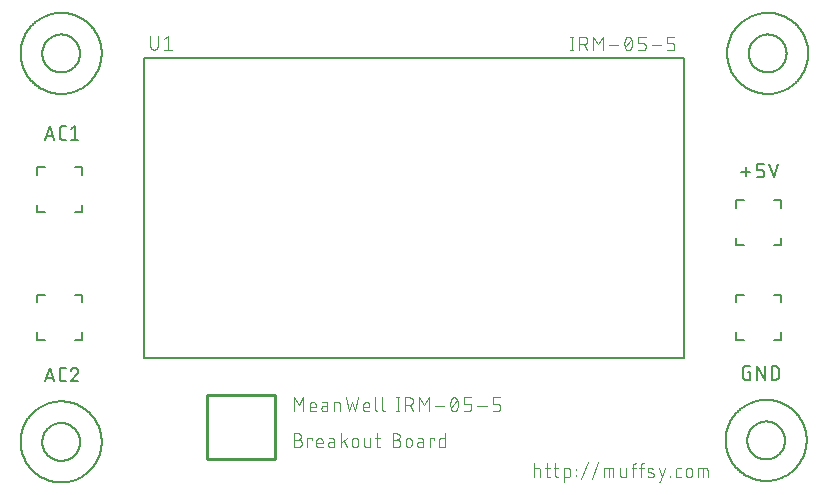
<source format=gbr>
G04 EAGLE Gerber RS-274X export*
G75*
%MOMM*%
%FSLAX34Y34*%
%LPD*%
%INSilkscreen Top*%
%IPPOS*%
%AMOC8*
5,1,8,0,0,1.08239X$1,22.5*%
G01*
%ADD10C,0.254000*%
%ADD11C,0.101600*%
%ADD12C,0.152400*%
%ADD13C,0.203200*%
%ADD14C,0.127000*%


D10*
X168275Y82550D02*
X225425Y82550D01*
X225425Y28575D01*
X168275Y28575D01*
X168275Y82550D01*
D11*
X241808Y80772D02*
X241808Y69088D01*
X245703Y74281D02*
X241808Y80772D01*
X245703Y74281D02*
X249597Y80772D01*
X249597Y69088D01*
X256865Y69088D02*
X260110Y69088D01*
X256865Y69088D02*
X256778Y69090D01*
X256690Y69096D01*
X256604Y69106D01*
X256517Y69119D01*
X256432Y69137D01*
X256347Y69158D01*
X256263Y69183D01*
X256181Y69212D01*
X256100Y69245D01*
X256020Y69281D01*
X255942Y69320D01*
X255866Y69364D01*
X255792Y69410D01*
X255721Y69460D01*
X255651Y69513D01*
X255584Y69569D01*
X255520Y69628D01*
X255458Y69690D01*
X255399Y69754D01*
X255343Y69821D01*
X255290Y69891D01*
X255240Y69962D01*
X255194Y70036D01*
X255150Y70112D01*
X255111Y70190D01*
X255075Y70270D01*
X255042Y70351D01*
X255013Y70433D01*
X254988Y70517D01*
X254967Y70602D01*
X254949Y70687D01*
X254936Y70774D01*
X254926Y70860D01*
X254920Y70948D01*
X254918Y71035D01*
X254917Y71035D02*
X254917Y74281D01*
X254918Y74281D02*
X254920Y74382D01*
X254926Y74482D01*
X254936Y74582D01*
X254949Y74682D01*
X254967Y74781D01*
X254988Y74880D01*
X255013Y74977D01*
X255042Y75074D01*
X255075Y75169D01*
X255111Y75263D01*
X255151Y75355D01*
X255194Y75446D01*
X255241Y75535D01*
X255291Y75622D01*
X255345Y75708D01*
X255402Y75791D01*
X255462Y75871D01*
X255525Y75950D01*
X255592Y76026D01*
X255661Y76099D01*
X255733Y76169D01*
X255807Y76237D01*
X255884Y76302D01*
X255964Y76363D01*
X256046Y76422D01*
X256130Y76477D01*
X256216Y76529D01*
X256304Y76578D01*
X256394Y76623D01*
X256486Y76665D01*
X256579Y76703D01*
X256674Y76737D01*
X256769Y76768D01*
X256866Y76795D01*
X256964Y76818D01*
X257063Y76838D01*
X257163Y76853D01*
X257263Y76865D01*
X257363Y76873D01*
X257464Y76877D01*
X257564Y76877D01*
X257665Y76873D01*
X257765Y76865D01*
X257865Y76853D01*
X257965Y76838D01*
X258064Y76818D01*
X258162Y76795D01*
X258259Y76768D01*
X258354Y76737D01*
X258449Y76703D01*
X258542Y76665D01*
X258634Y76623D01*
X258724Y76578D01*
X258812Y76529D01*
X258898Y76477D01*
X258982Y76422D01*
X259064Y76363D01*
X259144Y76302D01*
X259221Y76237D01*
X259295Y76169D01*
X259367Y76099D01*
X259436Y76026D01*
X259503Y75950D01*
X259566Y75871D01*
X259626Y75791D01*
X259683Y75708D01*
X259737Y75622D01*
X259787Y75535D01*
X259834Y75446D01*
X259877Y75355D01*
X259917Y75263D01*
X259953Y75169D01*
X259986Y75074D01*
X260015Y74977D01*
X260040Y74880D01*
X260061Y74781D01*
X260079Y74682D01*
X260092Y74582D01*
X260102Y74482D01*
X260108Y74382D01*
X260110Y74281D01*
X260110Y72983D01*
X254917Y72983D01*
X267036Y73632D02*
X269957Y73632D01*
X267036Y73632D02*
X266942Y73630D01*
X266848Y73624D01*
X266755Y73615D01*
X266662Y73601D01*
X266570Y73584D01*
X266478Y73562D01*
X266388Y73538D01*
X266298Y73509D01*
X266210Y73477D01*
X266123Y73441D01*
X266038Y73401D01*
X265955Y73358D01*
X265873Y73312D01*
X265793Y73262D01*
X265716Y73209D01*
X265641Y73153D01*
X265568Y73094D01*
X265497Y73032D01*
X265429Y72967D01*
X265364Y72899D01*
X265302Y72828D01*
X265243Y72755D01*
X265187Y72680D01*
X265134Y72603D01*
X265084Y72523D01*
X265038Y72441D01*
X264995Y72358D01*
X264955Y72273D01*
X264919Y72186D01*
X264887Y72098D01*
X264858Y72008D01*
X264834Y71918D01*
X264812Y71826D01*
X264795Y71734D01*
X264781Y71641D01*
X264772Y71548D01*
X264766Y71454D01*
X264764Y71360D01*
X264766Y71266D01*
X264772Y71172D01*
X264781Y71079D01*
X264795Y70986D01*
X264812Y70894D01*
X264834Y70802D01*
X264858Y70712D01*
X264887Y70622D01*
X264919Y70534D01*
X264955Y70447D01*
X264995Y70362D01*
X265038Y70279D01*
X265084Y70197D01*
X265134Y70117D01*
X265187Y70040D01*
X265243Y69965D01*
X265302Y69892D01*
X265364Y69821D01*
X265429Y69753D01*
X265497Y69688D01*
X265568Y69626D01*
X265641Y69567D01*
X265716Y69511D01*
X265793Y69458D01*
X265873Y69408D01*
X265955Y69362D01*
X266038Y69319D01*
X266123Y69279D01*
X266210Y69243D01*
X266298Y69211D01*
X266388Y69182D01*
X266478Y69158D01*
X266570Y69136D01*
X266662Y69119D01*
X266755Y69105D01*
X266848Y69096D01*
X266942Y69090D01*
X267036Y69088D01*
X269957Y69088D01*
X269957Y74930D01*
X269955Y75017D01*
X269949Y75105D01*
X269939Y75191D01*
X269926Y75278D01*
X269908Y75363D01*
X269887Y75448D01*
X269862Y75532D01*
X269833Y75614D01*
X269800Y75695D01*
X269764Y75775D01*
X269725Y75853D01*
X269681Y75929D01*
X269635Y76003D01*
X269585Y76074D01*
X269532Y76144D01*
X269476Y76211D01*
X269417Y76275D01*
X269355Y76337D01*
X269291Y76396D01*
X269224Y76452D01*
X269154Y76505D01*
X269083Y76555D01*
X269009Y76601D01*
X268933Y76645D01*
X268855Y76684D01*
X268775Y76720D01*
X268694Y76753D01*
X268612Y76782D01*
X268528Y76807D01*
X268443Y76828D01*
X268358Y76846D01*
X268271Y76859D01*
X268185Y76869D01*
X268097Y76875D01*
X268010Y76877D01*
X265413Y76877D01*
X275491Y76877D02*
X275491Y69088D01*
X275491Y76877D02*
X278737Y76877D01*
X278824Y76875D01*
X278912Y76869D01*
X278998Y76859D01*
X279085Y76846D01*
X279170Y76828D01*
X279255Y76807D01*
X279339Y76782D01*
X279421Y76753D01*
X279502Y76720D01*
X279582Y76684D01*
X279660Y76645D01*
X279736Y76601D01*
X279810Y76555D01*
X279881Y76505D01*
X279951Y76452D01*
X280018Y76396D01*
X280082Y76337D01*
X280144Y76276D01*
X280203Y76211D01*
X280259Y76144D01*
X280312Y76074D01*
X280362Y76003D01*
X280408Y75929D01*
X280452Y75853D01*
X280491Y75775D01*
X280527Y75695D01*
X280560Y75614D01*
X280589Y75532D01*
X280614Y75448D01*
X280635Y75363D01*
X280653Y75278D01*
X280666Y75191D01*
X280676Y75105D01*
X280682Y75017D01*
X280684Y74930D01*
X280684Y69088D01*
X288064Y69088D02*
X285468Y80772D01*
X290661Y76877D02*
X288064Y69088D01*
X293257Y69088D02*
X290661Y76877D01*
X295854Y80772D02*
X293257Y69088D01*
X302204Y69088D02*
X305449Y69088D01*
X302204Y69088D02*
X302117Y69090D01*
X302029Y69096D01*
X301943Y69106D01*
X301856Y69119D01*
X301771Y69137D01*
X301686Y69158D01*
X301602Y69183D01*
X301520Y69212D01*
X301439Y69245D01*
X301359Y69281D01*
X301281Y69320D01*
X301205Y69364D01*
X301131Y69410D01*
X301060Y69460D01*
X300990Y69513D01*
X300923Y69569D01*
X300859Y69628D01*
X300797Y69690D01*
X300738Y69754D01*
X300682Y69821D01*
X300629Y69891D01*
X300579Y69962D01*
X300533Y70036D01*
X300489Y70112D01*
X300450Y70190D01*
X300414Y70270D01*
X300381Y70351D01*
X300352Y70433D01*
X300327Y70517D01*
X300306Y70602D01*
X300288Y70687D01*
X300275Y70774D01*
X300265Y70860D01*
X300259Y70948D01*
X300257Y71035D01*
X300256Y71035D02*
X300256Y74281D01*
X300257Y74281D02*
X300259Y74382D01*
X300265Y74482D01*
X300275Y74582D01*
X300288Y74682D01*
X300306Y74781D01*
X300327Y74880D01*
X300352Y74977D01*
X300381Y75074D01*
X300414Y75169D01*
X300450Y75263D01*
X300490Y75355D01*
X300533Y75446D01*
X300580Y75535D01*
X300630Y75622D01*
X300684Y75708D01*
X300741Y75791D01*
X300801Y75871D01*
X300864Y75950D01*
X300931Y76026D01*
X301000Y76099D01*
X301072Y76169D01*
X301146Y76237D01*
X301223Y76302D01*
X301303Y76363D01*
X301385Y76422D01*
X301469Y76477D01*
X301555Y76529D01*
X301643Y76578D01*
X301733Y76623D01*
X301825Y76665D01*
X301918Y76703D01*
X302013Y76737D01*
X302108Y76768D01*
X302205Y76795D01*
X302303Y76818D01*
X302402Y76838D01*
X302502Y76853D01*
X302602Y76865D01*
X302702Y76873D01*
X302803Y76877D01*
X302903Y76877D01*
X303004Y76873D01*
X303104Y76865D01*
X303204Y76853D01*
X303304Y76838D01*
X303403Y76818D01*
X303501Y76795D01*
X303598Y76768D01*
X303693Y76737D01*
X303788Y76703D01*
X303881Y76665D01*
X303973Y76623D01*
X304063Y76578D01*
X304151Y76529D01*
X304237Y76477D01*
X304321Y76422D01*
X304403Y76363D01*
X304483Y76302D01*
X304560Y76237D01*
X304634Y76169D01*
X304706Y76099D01*
X304775Y76026D01*
X304842Y75950D01*
X304905Y75871D01*
X304965Y75791D01*
X305022Y75708D01*
X305076Y75622D01*
X305126Y75535D01*
X305173Y75446D01*
X305216Y75355D01*
X305256Y75263D01*
X305292Y75169D01*
X305325Y75074D01*
X305354Y74977D01*
X305379Y74880D01*
X305400Y74781D01*
X305418Y74682D01*
X305431Y74582D01*
X305441Y74482D01*
X305447Y74382D01*
X305449Y74281D01*
X305449Y72983D01*
X300256Y72983D01*
X310312Y71035D02*
X310312Y80772D01*
X310312Y71035D02*
X310314Y70948D01*
X310320Y70860D01*
X310330Y70774D01*
X310343Y70687D01*
X310361Y70602D01*
X310382Y70517D01*
X310407Y70433D01*
X310436Y70351D01*
X310469Y70270D01*
X310505Y70190D01*
X310544Y70112D01*
X310588Y70036D01*
X310634Y69962D01*
X310684Y69891D01*
X310737Y69821D01*
X310793Y69754D01*
X310852Y69690D01*
X310914Y69628D01*
X310978Y69569D01*
X311045Y69513D01*
X311115Y69460D01*
X311186Y69410D01*
X311260Y69364D01*
X311336Y69320D01*
X311414Y69281D01*
X311494Y69245D01*
X311575Y69212D01*
X311657Y69183D01*
X311741Y69158D01*
X311826Y69137D01*
X311911Y69119D01*
X311998Y69106D01*
X312084Y69096D01*
X312172Y69090D01*
X312259Y69088D01*
X316408Y71035D02*
X316408Y80772D01*
X316408Y71035D02*
X316410Y70948D01*
X316416Y70860D01*
X316426Y70774D01*
X316439Y70687D01*
X316457Y70602D01*
X316478Y70517D01*
X316503Y70433D01*
X316532Y70351D01*
X316565Y70270D01*
X316601Y70190D01*
X316640Y70112D01*
X316684Y70036D01*
X316730Y69962D01*
X316780Y69891D01*
X316833Y69821D01*
X316889Y69754D01*
X316948Y69690D01*
X317010Y69628D01*
X317074Y69569D01*
X317141Y69513D01*
X317211Y69460D01*
X317282Y69410D01*
X317356Y69364D01*
X317432Y69320D01*
X317510Y69281D01*
X317590Y69245D01*
X317671Y69212D01*
X317753Y69183D01*
X317837Y69158D01*
X317922Y69137D01*
X318007Y69119D01*
X318094Y69106D01*
X318180Y69096D01*
X318268Y69090D01*
X318355Y69088D01*
X329523Y69088D02*
X329523Y80772D01*
X328224Y69088D02*
X330821Y69088D01*
X330821Y80772D02*
X328224Y80772D01*
X335876Y80772D02*
X335876Y69088D01*
X335876Y80772D02*
X339121Y80772D01*
X339234Y80770D01*
X339347Y80764D01*
X339460Y80754D01*
X339573Y80740D01*
X339685Y80723D01*
X339796Y80701D01*
X339906Y80676D01*
X340016Y80646D01*
X340124Y80613D01*
X340231Y80576D01*
X340337Y80536D01*
X340441Y80491D01*
X340544Y80443D01*
X340645Y80392D01*
X340744Y80337D01*
X340841Y80279D01*
X340936Y80217D01*
X341029Y80152D01*
X341119Y80084D01*
X341207Y80013D01*
X341293Y79938D01*
X341376Y79861D01*
X341456Y79781D01*
X341533Y79698D01*
X341608Y79612D01*
X341679Y79524D01*
X341747Y79434D01*
X341812Y79341D01*
X341874Y79246D01*
X341932Y79149D01*
X341987Y79050D01*
X342038Y78949D01*
X342086Y78846D01*
X342131Y78742D01*
X342171Y78636D01*
X342208Y78529D01*
X342241Y78421D01*
X342271Y78311D01*
X342296Y78201D01*
X342318Y78090D01*
X342335Y77978D01*
X342349Y77865D01*
X342359Y77752D01*
X342365Y77639D01*
X342367Y77526D01*
X342365Y77413D01*
X342359Y77300D01*
X342349Y77187D01*
X342335Y77074D01*
X342318Y76962D01*
X342296Y76851D01*
X342271Y76741D01*
X342241Y76631D01*
X342208Y76523D01*
X342171Y76416D01*
X342131Y76310D01*
X342086Y76206D01*
X342038Y76103D01*
X341987Y76002D01*
X341932Y75903D01*
X341874Y75806D01*
X341812Y75711D01*
X341747Y75618D01*
X341679Y75528D01*
X341608Y75440D01*
X341533Y75354D01*
X341456Y75271D01*
X341376Y75191D01*
X341293Y75114D01*
X341207Y75039D01*
X341119Y74968D01*
X341029Y74900D01*
X340936Y74835D01*
X340841Y74773D01*
X340744Y74715D01*
X340645Y74660D01*
X340544Y74609D01*
X340441Y74561D01*
X340337Y74516D01*
X340231Y74476D01*
X340124Y74439D01*
X340016Y74406D01*
X339906Y74376D01*
X339796Y74351D01*
X339685Y74329D01*
X339573Y74312D01*
X339460Y74298D01*
X339347Y74288D01*
X339234Y74282D01*
X339121Y74280D01*
X339121Y74281D02*
X335876Y74281D01*
X339770Y74281D02*
X342367Y69088D01*
X347726Y69088D02*
X347726Y80772D01*
X351621Y74281D01*
X355515Y80772D01*
X355515Y69088D01*
X361061Y73632D02*
X368850Y73632D01*
X373902Y74930D02*
X373905Y75160D01*
X373913Y75390D01*
X373927Y75619D01*
X373946Y75848D01*
X373971Y76077D01*
X374001Y76304D01*
X374036Y76532D01*
X374077Y76758D01*
X374123Y76983D01*
X374175Y77207D01*
X374232Y77429D01*
X374294Y77651D01*
X374362Y77870D01*
X374435Y78088D01*
X374513Y78305D01*
X374596Y78519D01*
X374684Y78731D01*
X374777Y78941D01*
X374876Y79149D01*
X374909Y79239D01*
X374945Y79328D01*
X374985Y79416D01*
X375029Y79501D01*
X375076Y79585D01*
X375126Y79667D01*
X375180Y79747D01*
X375236Y79824D01*
X375296Y79900D01*
X375359Y79973D01*
X375424Y80043D01*
X375493Y80111D01*
X375564Y80175D01*
X375637Y80237D01*
X375713Y80296D01*
X375791Y80352D01*
X375872Y80405D01*
X375954Y80454D01*
X376038Y80500D01*
X376125Y80543D01*
X376212Y80582D01*
X376302Y80618D01*
X376392Y80650D01*
X376484Y80678D01*
X376577Y80703D01*
X376671Y80724D01*
X376765Y80741D01*
X376860Y80755D01*
X376956Y80764D01*
X377052Y80770D01*
X377148Y80772D01*
X377244Y80770D01*
X377340Y80764D01*
X377436Y80755D01*
X377531Y80741D01*
X377625Y80724D01*
X377719Y80703D01*
X377812Y80678D01*
X377904Y80650D01*
X377994Y80618D01*
X378084Y80582D01*
X378171Y80543D01*
X378258Y80500D01*
X378342Y80454D01*
X378424Y80405D01*
X378505Y80352D01*
X378583Y80296D01*
X378659Y80237D01*
X378732Y80175D01*
X378803Y80111D01*
X378872Y80043D01*
X378937Y79973D01*
X379000Y79900D01*
X379060Y79824D01*
X379116Y79747D01*
X379170Y79667D01*
X379220Y79585D01*
X379267Y79501D01*
X379311Y79416D01*
X379351Y79328D01*
X379387Y79239D01*
X379420Y79149D01*
X379519Y78942D01*
X379612Y78732D01*
X379700Y78519D01*
X379783Y78305D01*
X379861Y78089D01*
X379934Y77871D01*
X380002Y77651D01*
X380064Y77430D01*
X380121Y77207D01*
X380173Y76983D01*
X380219Y76758D01*
X380260Y76532D01*
X380295Y76305D01*
X380325Y76077D01*
X380350Y75848D01*
X380369Y75619D01*
X380383Y75390D01*
X380391Y75160D01*
X380394Y74930D01*
X373902Y74930D02*
X373905Y74700D01*
X373913Y74470D01*
X373927Y74241D01*
X373946Y74012D01*
X373971Y73783D01*
X374001Y73555D01*
X374036Y73328D01*
X374077Y73102D01*
X374123Y72877D01*
X374175Y72653D01*
X374232Y72430D01*
X374294Y72209D01*
X374362Y71989D01*
X374435Y71771D01*
X374513Y71555D01*
X374596Y71341D01*
X374684Y71129D01*
X374777Y70918D01*
X374876Y70711D01*
X374909Y70621D01*
X374945Y70532D01*
X374986Y70444D01*
X375029Y70359D01*
X375076Y70275D01*
X375126Y70193D01*
X375180Y70113D01*
X375236Y70036D01*
X375296Y69960D01*
X375359Y69887D01*
X375424Y69817D01*
X375493Y69749D01*
X375564Y69685D01*
X375637Y69623D01*
X375713Y69564D01*
X375791Y69508D01*
X375872Y69455D01*
X375954Y69406D01*
X376038Y69360D01*
X376125Y69317D01*
X376212Y69278D01*
X376302Y69242D01*
X376392Y69210D01*
X376484Y69182D01*
X376577Y69157D01*
X376671Y69136D01*
X376765Y69119D01*
X376860Y69105D01*
X376956Y69096D01*
X377052Y69090D01*
X377148Y69088D01*
X379419Y70711D02*
X379518Y70918D01*
X379611Y71129D01*
X379699Y71341D01*
X379782Y71555D01*
X379860Y71771D01*
X379933Y71989D01*
X380001Y72209D01*
X380063Y72430D01*
X380120Y72653D01*
X380172Y72877D01*
X380218Y73102D01*
X380259Y73328D01*
X380294Y73555D01*
X380324Y73783D01*
X380349Y74012D01*
X380368Y74241D01*
X380382Y74470D01*
X380390Y74700D01*
X380393Y74930D01*
X379420Y70711D02*
X379387Y70621D01*
X379351Y70532D01*
X379311Y70444D01*
X379267Y70359D01*
X379220Y70275D01*
X379170Y70193D01*
X379116Y70113D01*
X379060Y70036D01*
X379000Y69960D01*
X378937Y69887D01*
X378872Y69817D01*
X378803Y69749D01*
X378732Y69685D01*
X378659Y69623D01*
X378583Y69564D01*
X378505Y69508D01*
X378424Y69455D01*
X378342Y69406D01*
X378258Y69360D01*
X378171Y69317D01*
X378084Y69278D01*
X377994Y69242D01*
X377904Y69210D01*
X377812Y69182D01*
X377719Y69157D01*
X377625Y69136D01*
X377531Y69119D01*
X377436Y69105D01*
X377340Y69096D01*
X377244Y69090D01*
X377148Y69088D01*
X374551Y71684D02*
X379744Y78176D01*
X385332Y69088D02*
X389227Y69088D01*
X389326Y69090D01*
X389426Y69096D01*
X389525Y69105D01*
X389623Y69118D01*
X389721Y69135D01*
X389819Y69156D01*
X389915Y69181D01*
X390010Y69209D01*
X390104Y69241D01*
X390197Y69276D01*
X390289Y69315D01*
X390379Y69358D01*
X390467Y69403D01*
X390554Y69453D01*
X390638Y69505D01*
X390721Y69561D01*
X390801Y69619D01*
X390879Y69681D01*
X390954Y69746D01*
X391027Y69814D01*
X391097Y69884D01*
X391165Y69957D01*
X391230Y70032D01*
X391292Y70110D01*
X391350Y70190D01*
X391406Y70273D01*
X391458Y70357D01*
X391508Y70444D01*
X391553Y70532D01*
X391596Y70622D01*
X391635Y70714D01*
X391670Y70807D01*
X391702Y70901D01*
X391730Y70996D01*
X391755Y71092D01*
X391776Y71190D01*
X391793Y71288D01*
X391806Y71386D01*
X391815Y71485D01*
X391821Y71585D01*
X391823Y71684D01*
X391823Y72983D01*
X391821Y73082D01*
X391815Y73182D01*
X391806Y73281D01*
X391793Y73379D01*
X391776Y73477D01*
X391755Y73575D01*
X391730Y73671D01*
X391702Y73766D01*
X391670Y73860D01*
X391635Y73953D01*
X391596Y74045D01*
X391553Y74135D01*
X391508Y74223D01*
X391458Y74310D01*
X391406Y74394D01*
X391350Y74477D01*
X391292Y74557D01*
X391230Y74635D01*
X391165Y74710D01*
X391097Y74783D01*
X391027Y74853D01*
X390954Y74921D01*
X390879Y74986D01*
X390801Y75048D01*
X390721Y75106D01*
X390638Y75162D01*
X390554Y75214D01*
X390467Y75264D01*
X390379Y75309D01*
X390289Y75352D01*
X390197Y75391D01*
X390104Y75426D01*
X390010Y75458D01*
X389915Y75486D01*
X389819Y75511D01*
X389721Y75532D01*
X389623Y75549D01*
X389525Y75562D01*
X389426Y75571D01*
X389326Y75577D01*
X389227Y75579D01*
X385332Y75579D01*
X385332Y80772D01*
X391823Y80772D01*
X396875Y73632D02*
X404664Y73632D01*
X409716Y69088D02*
X413611Y69088D01*
X413710Y69090D01*
X413810Y69096D01*
X413909Y69105D01*
X414007Y69118D01*
X414105Y69135D01*
X414203Y69156D01*
X414299Y69181D01*
X414394Y69209D01*
X414488Y69241D01*
X414581Y69276D01*
X414673Y69315D01*
X414763Y69358D01*
X414851Y69403D01*
X414938Y69453D01*
X415022Y69505D01*
X415105Y69561D01*
X415185Y69619D01*
X415263Y69681D01*
X415338Y69746D01*
X415411Y69814D01*
X415481Y69884D01*
X415549Y69957D01*
X415614Y70032D01*
X415676Y70110D01*
X415734Y70190D01*
X415790Y70273D01*
X415842Y70357D01*
X415892Y70444D01*
X415937Y70532D01*
X415980Y70622D01*
X416019Y70714D01*
X416054Y70807D01*
X416086Y70901D01*
X416114Y70996D01*
X416139Y71092D01*
X416160Y71190D01*
X416177Y71288D01*
X416190Y71386D01*
X416199Y71485D01*
X416205Y71585D01*
X416207Y71684D01*
X416207Y72983D01*
X416205Y73082D01*
X416199Y73182D01*
X416190Y73281D01*
X416177Y73379D01*
X416160Y73477D01*
X416139Y73575D01*
X416114Y73671D01*
X416086Y73766D01*
X416054Y73860D01*
X416019Y73953D01*
X415980Y74045D01*
X415937Y74135D01*
X415892Y74223D01*
X415842Y74310D01*
X415790Y74394D01*
X415734Y74477D01*
X415676Y74557D01*
X415614Y74635D01*
X415549Y74710D01*
X415481Y74783D01*
X415411Y74853D01*
X415338Y74921D01*
X415263Y74986D01*
X415185Y75048D01*
X415105Y75106D01*
X415022Y75162D01*
X414938Y75214D01*
X414851Y75264D01*
X414763Y75309D01*
X414673Y75352D01*
X414581Y75391D01*
X414488Y75426D01*
X414394Y75458D01*
X414299Y75486D01*
X414203Y75511D01*
X414105Y75532D01*
X414007Y75549D01*
X413909Y75562D01*
X413810Y75571D01*
X413710Y75577D01*
X413611Y75579D01*
X409716Y75579D01*
X409716Y80772D01*
X416207Y80772D01*
X445008Y24892D02*
X445008Y13208D01*
X445008Y20997D02*
X448254Y20997D01*
X448341Y20995D01*
X448429Y20989D01*
X448515Y20979D01*
X448602Y20966D01*
X448687Y20948D01*
X448772Y20927D01*
X448856Y20902D01*
X448938Y20873D01*
X449019Y20840D01*
X449099Y20804D01*
X449177Y20765D01*
X449253Y20721D01*
X449327Y20675D01*
X449398Y20625D01*
X449468Y20572D01*
X449535Y20516D01*
X449599Y20457D01*
X449661Y20396D01*
X449720Y20331D01*
X449776Y20264D01*
X449829Y20194D01*
X449879Y20123D01*
X449925Y20049D01*
X449969Y19973D01*
X450008Y19895D01*
X450044Y19815D01*
X450077Y19734D01*
X450106Y19652D01*
X450131Y19568D01*
X450152Y19483D01*
X450170Y19398D01*
X450183Y19311D01*
X450193Y19225D01*
X450199Y19137D01*
X450201Y19050D01*
X450201Y13208D01*
X454328Y20997D02*
X458222Y20997D01*
X455626Y24892D02*
X455626Y15155D01*
X455628Y15068D01*
X455634Y14980D01*
X455644Y14894D01*
X455657Y14807D01*
X455675Y14722D01*
X455696Y14637D01*
X455721Y14553D01*
X455750Y14471D01*
X455783Y14390D01*
X455819Y14310D01*
X455858Y14232D01*
X455902Y14156D01*
X455948Y14082D01*
X455998Y14011D01*
X456051Y13941D01*
X456107Y13874D01*
X456166Y13810D01*
X456228Y13748D01*
X456292Y13689D01*
X456359Y13633D01*
X456429Y13580D01*
X456500Y13530D01*
X456574Y13484D01*
X456650Y13440D01*
X456728Y13401D01*
X456808Y13365D01*
X456889Y13332D01*
X456971Y13303D01*
X457055Y13278D01*
X457140Y13257D01*
X457225Y13239D01*
X457312Y13226D01*
X457398Y13216D01*
X457486Y13210D01*
X457573Y13208D01*
X458222Y13208D01*
X461567Y20997D02*
X465461Y20997D01*
X462865Y24892D02*
X462865Y15155D01*
X462867Y15068D01*
X462873Y14980D01*
X462883Y14894D01*
X462896Y14807D01*
X462914Y14722D01*
X462935Y14637D01*
X462960Y14553D01*
X462989Y14471D01*
X463022Y14390D01*
X463058Y14310D01*
X463097Y14232D01*
X463141Y14156D01*
X463187Y14082D01*
X463237Y14011D01*
X463290Y13941D01*
X463346Y13874D01*
X463405Y13810D01*
X463467Y13748D01*
X463531Y13689D01*
X463598Y13633D01*
X463668Y13580D01*
X463739Y13530D01*
X463813Y13484D01*
X463889Y13440D01*
X463967Y13401D01*
X464047Y13365D01*
X464128Y13332D01*
X464210Y13303D01*
X464294Y13278D01*
X464379Y13257D01*
X464464Y13239D01*
X464551Y13226D01*
X464637Y13216D01*
X464725Y13210D01*
X464812Y13208D01*
X465461Y13208D01*
X470213Y9313D02*
X470213Y20997D01*
X473458Y20997D01*
X473545Y20995D01*
X473633Y20989D01*
X473719Y20979D01*
X473806Y20966D01*
X473891Y20948D01*
X473976Y20927D01*
X474060Y20902D01*
X474142Y20873D01*
X474223Y20840D01*
X474303Y20804D01*
X474381Y20765D01*
X474457Y20721D01*
X474531Y20675D01*
X474602Y20625D01*
X474672Y20572D01*
X474739Y20516D01*
X474803Y20457D01*
X474865Y20396D01*
X474924Y20331D01*
X474980Y20264D01*
X475033Y20194D01*
X475083Y20123D01*
X475129Y20049D01*
X475173Y19973D01*
X475212Y19895D01*
X475248Y19815D01*
X475281Y19734D01*
X475310Y19652D01*
X475335Y19568D01*
X475356Y19483D01*
X475374Y19398D01*
X475387Y19311D01*
X475397Y19225D01*
X475403Y19137D01*
X475405Y19050D01*
X475406Y19050D02*
X475406Y15155D01*
X475405Y15155D02*
X475403Y15068D01*
X475397Y14980D01*
X475387Y14894D01*
X475374Y14807D01*
X475356Y14722D01*
X475335Y14637D01*
X475310Y14553D01*
X475281Y14471D01*
X475248Y14390D01*
X475212Y14310D01*
X475173Y14232D01*
X475129Y14156D01*
X475083Y14082D01*
X475033Y14011D01*
X474980Y13941D01*
X474924Y13874D01*
X474865Y13810D01*
X474803Y13748D01*
X474739Y13689D01*
X474672Y13633D01*
X474602Y13580D01*
X474531Y13530D01*
X474457Y13484D01*
X474381Y13440D01*
X474303Y13401D01*
X474223Y13365D01*
X474142Y13332D01*
X474060Y13303D01*
X473976Y13278D01*
X473891Y13257D01*
X473806Y13239D01*
X473719Y13226D01*
X473633Y13216D01*
X473545Y13210D01*
X473458Y13208D01*
X470213Y13208D01*
X480046Y14182D02*
X480046Y14831D01*
X480695Y14831D01*
X480695Y14182D01*
X480046Y14182D01*
X480046Y19375D02*
X480046Y20024D01*
X480695Y20024D01*
X480695Y19375D01*
X480046Y19375D01*
X485013Y11910D02*
X490206Y26190D01*
X499350Y26190D02*
X494157Y11910D01*
X504289Y13208D02*
X504289Y20997D01*
X510131Y20997D01*
X510218Y20995D01*
X510306Y20989D01*
X510392Y20979D01*
X510479Y20966D01*
X510564Y20948D01*
X510649Y20927D01*
X510733Y20902D01*
X510815Y20873D01*
X510896Y20840D01*
X510976Y20804D01*
X511054Y20765D01*
X511130Y20721D01*
X511204Y20675D01*
X511275Y20625D01*
X511345Y20572D01*
X511412Y20516D01*
X511476Y20457D01*
X511538Y20395D01*
X511597Y20331D01*
X511653Y20264D01*
X511706Y20194D01*
X511756Y20123D01*
X511802Y20049D01*
X511846Y19973D01*
X511885Y19895D01*
X511921Y19815D01*
X511954Y19734D01*
X511983Y19652D01*
X512008Y19568D01*
X512029Y19483D01*
X512047Y19398D01*
X512060Y19311D01*
X512070Y19225D01*
X512076Y19137D01*
X512078Y19050D01*
X512078Y13208D01*
X508183Y13208D02*
X508183Y20997D01*
X517779Y20997D02*
X517779Y15155D01*
X517781Y15068D01*
X517787Y14980D01*
X517797Y14894D01*
X517810Y14807D01*
X517828Y14722D01*
X517849Y14637D01*
X517874Y14553D01*
X517903Y14471D01*
X517936Y14390D01*
X517972Y14310D01*
X518011Y14232D01*
X518055Y14156D01*
X518101Y14082D01*
X518151Y14011D01*
X518204Y13941D01*
X518260Y13874D01*
X518319Y13810D01*
X518381Y13748D01*
X518445Y13689D01*
X518512Y13633D01*
X518582Y13580D01*
X518653Y13530D01*
X518727Y13484D01*
X518803Y13440D01*
X518881Y13401D01*
X518961Y13365D01*
X519042Y13332D01*
X519124Y13303D01*
X519208Y13278D01*
X519293Y13257D01*
X519378Y13239D01*
X519465Y13226D01*
X519551Y13216D01*
X519639Y13210D01*
X519726Y13208D01*
X522972Y13208D01*
X522972Y20997D01*
X528692Y22945D02*
X528692Y13208D01*
X528693Y22945D02*
X528695Y23032D01*
X528701Y23120D01*
X528711Y23206D01*
X528724Y23293D01*
X528742Y23378D01*
X528763Y23463D01*
X528788Y23547D01*
X528817Y23629D01*
X528850Y23710D01*
X528886Y23790D01*
X528925Y23868D01*
X528969Y23944D01*
X529015Y24018D01*
X529065Y24089D01*
X529118Y24159D01*
X529174Y24226D01*
X529233Y24290D01*
X529294Y24352D01*
X529359Y24411D01*
X529426Y24467D01*
X529496Y24520D01*
X529567Y24570D01*
X529641Y24616D01*
X529717Y24660D01*
X529795Y24699D01*
X529875Y24735D01*
X529956Y24768D01*
X530038Y24797D01*
X530122Y24822D01*
X530207Y24843D01*
X530292Y24861D01*
X530379Y24874D01*
X530465Y24884D01*
X530553Y24890D01*
X530640Y24892D01*
X531289Y24892D01*
X531289Y20997D02*
X527394Y20997D01*
X535169Y22945D02*
X535169Y13208D01*
X535170Y22945D02*
X535172Y23032D01*
X535178Y23120D01*
X535188Y23206D01*
X535201Y23293D01*
X535219Y23378D01*
X535240Y23463D01*
X535265Y23547D01*
X535294Y23629D01*
X535327Y23710D01*
X535363Y23790D01*
X535402Y23868D01*
X535446Y23944D01*
X535492Y24018D01*
X535542Y24089D01*
X535595Y24159D01*
X535651Y24226D01*
X535710Y24290D01*
X535771Y24352D01*
X535836Y24411D01*
X535903Y24467D01*
X535973Y24520D01*
X536044Y24570D01*
X536118Y24616D01*
X536194Y24660D01*
X536272Y24699D01*
X536352Y24735D01*
X536433Y24768D01*
X536515Y24797D01*
X536599Y24822D01*
X536684Y24843D01*
X536769Y24861D01*
X536856Y24874D01*
X536942Y24884D01*
X537030Y24890D01*
X537117Y24892D01*
X537766Y24892D01*
X537766Y20997D02*
X533871Y20997D01*
X541994Y17752D02*
X545239Y16454D01*
X541994Y17751D02*
X541919Y17784D01*
X541845Y17820D01*
X541773Y17859D01*
X541703Y17902D01*
X541636Y17948D01*
X541570Y17998D01*
X541508Y18050D01*
X541447Y18106D01*
X541390Y18164D01*
X541335Y18225D01*
X541284Y18289D01*
X541236Y18355D01*
X541191Y18424D01*
X541149Y18494D01*
X541111Y18567D01*
X541076Y18641D01*
X541045Y18717D01*
X541018Y18794D01*
X540995Y18873D01*
X540975Y18952D01*
X540960Y19033D01*
X540948Y19114D01*
X540940Y19196D01*
X540936Y19277D01*
X540937Y19359D01*
X540941Y19441D01*
X540949Y19523D01*
X540961Y19604D01*
X540977Y19684D01*
X540997Y19764D01*
X541021Y19842D01*
X541049Y19919D01*
X541080Y19995D01*
X541115Y20069D01*
X541153Y20141D01*
X541195Y20212D01*
X541241Y20280D01*
X541289Y20346D01*
X541341Y20409D01*
X541396Y20470D01*
X541454Y20528D01*
X541514Y20584D01*
X541577Y20636D01*
X541643Y20685D01*
X541711Y20731D01*
X541781Y20773D01*
X541853Y20813D01*
X541927Y20848D01*
X542002Y20880D01*
X542079Y20908D01*
X542157Y20932D01*
X542237Y20953D01*
X542317Y20970D01*
X542398Y20982D01*
X542479Y20991D01*
X542561Y20996D01*
X542643Y20997D01*
X542642Y20997D02*
X542819Y20993D01*
X542996Y20984D01*
X543173Y20970D01*
X543350Y20953D01*
X543525Y20931D01*
X543701Y20906D01*
X543875Y20875D01*
X544049Y20841D01*
X544222Y20803D01*
X544394Y20760D01*
X544565Y20713D01*
X544735Y20663D01*
X544904Y20608D01*
X545071Y20549D01*
X545236Y20486D01*
X545401Y20419D01*
X545563Y20348D01*
X545239Y16454D02*
X545314Y16421D01*
X545388Y16385D01*
X545460Y16346D01*
X545530Y16303D01*
X545597Y16257D01*
X545663Y16207D01*
X545725Y16155D01*
X545786Y16099D01*
X545843Y16041D01*
X545898Y15980D01*
X545949Y15916D01*
X545997Y15850D01*
X546042Y15781D01*
X546084Y15711D01*
X546122Y15638D01*
X546157Y15564D01*
X546188Y15488D01*
X546215Y15411D01*
X546238Y15332D01*
X546258Y15253D01*
X546273Y15172D01*
X546285Y15091D01*
X546293Y15009D01*
X546297Y14928D01*
X546296Y14846D01*
X546292Y14764D01*
X546284Y14682D01*
X546272Y14601D01*
X546256Y14521D01*
X546236Y14441D01*
X546212Y14363D01*
X546184Y14286D01*
X546153Y14210D01*
X546118Y14136D01*
X546080Y14064D01*
X546038Y13993D01*
X545992Y13925D01*
X545944Y13859D01*
X545892Y13796D01*
X545837Y13735D01*
X545779Y13677D01*
X545719Y13621D01*
X545656Y13569D01*
X545590Y13520D01*
X545522Y13474D01*
X545452Y13432D01*
X545380Y13392D01*
X545306Y13357D01*
X545231Y13325D01*
X545154Y13297D01*
X545076Y13273D01*
X544996Y13252D01*
X544916Y13235D01*
X544835Y13223D01*
X544754Y13214D01*
X544672Y13209D01*
X544590Y13208D01*
X544330Y13215D01*
X544070Y13228D01*
X543810Y13247D01*
X543551Y13272D01*
X543292Y13304D01*
X543035Y13341D01*
X542778Y13385D01*
X542522Y13434D01*
X542268Y13490D01*
X542015Y13551D01*
X541764Y13619D01*
X541514Y13693D01*
X541266Y13772D01*
X541020Y13857D01*
X550545Y9313D02*
X551843Y9313D01*
X555738Y20997D01*
X550545Y20997D02*
X553141Y13208D01*
X559675Y13208D02*
X559675Y13857D01*
X560324Y13857D01*
X560324Y13208D01*
X559675Y13208D01*
X566602Y13208D02*
X569199Y13208D01*
X566602Y13208D02*
X566515Y13210D01*
X566427Y13216D01*
X566341Y13226D01*
X566254Y13239D01*
X566169Y13257D01*
X566084Y13278D01*
X566000Y13303D01*
X565918Y13332D01*
X565837Y13365D01*
X565757Y13401D01*
X565679Y13440D01*
X565603Y13484D01*
X565529Y13530D01*
X565458Y13580D01*
X565388Y13633D01*
X565321Y13689D01*
X565257Y13748D01*
X565195Y13810D01*
X565136Y13874D01*
X565080Y13941D01*
X565027Y14011D01*
X564977Y14082D01*
X564931Y14156D01*
X564887Y14232D01*
X564848Y14310D01*
X564812Y14390D01*
X564779Y14471D01*
X564750Y14553D01*
X564725Y14637D01*
X564704Y14722D01*
X564686Y14807D01*
X564673Y14894D01*
X564663Y14980D01*
X564657Y15068D01*
X564655Y15155D01*
X564655Y19050D01*
X564657Y19137D01*
X564663Y19225D01*
X564673Y19311D01*
X564686Y19398D01*
X564704Y19483D01*
X564725Y19568D01*
X564750Y19652D01*
X564779Y19734D01*
X564812Y19815D01*
X564848Y19895D01*
X564887Y19973D01*
X564931Y20049D01*
X564977Y20123D01*
X565027Y20194D01*
X565080Y20264D01*
X565136Y20331D01*
X565195Y20395D01*
X565257Y20457D01*
X565321Y20516D01*
X565388Y20572D01*
X565458Y20625D01*
X565529Y20675D01*
X565603Y20721D01*
X565679Y20765D01*
X565757Y20804D01*
X565837Y20840D01*
X565918Y20873D01*
X566000Y20902D01*
X566084Y20927D01*
X566169Y20948D01*
X566254Y20966D01*
X566341Y20979D01*
X566427Y20989D01*
X566515Y20995D01*
X566602Y20997D01*
X569199Y20997D01*
X573405Y18401D02*
X573405Y15804D01*
X573405Y18401D02*
X573407Y18502D01*
X573413Y18602D01*
X573423Y18702D01*
X573436Y18802D01*
X573454Y18901D01*
X573475Y19000D01*
X573500Y19097D01*
X573529Y19194D01*
X573562Y19289D01*
X573598Y19383D01*
X573638Y19475D01*
X573681Y19566D01*
X573728Y19655D01*
X573778Y19742D01*
X573832Y19828D01*
X573889Y19911D01*
X573949Y19991D01*
X574012Y20070D01*
X574079Y20146D01*
X574148Y20219D01*
X574220Y20289D01*
X574294Y20357D01*
X574371Y20422D01*
X574451Y20483D01*
X574533Y20542D01*
X574617Y20597D01*
X574703Y20649D01*
X574791Y20698D01*
X574881Y20743D01*
X574973Y20785D01*
X575066Y20823D01*
X575161Y20857D01*
X575256Y20888D01*
X575353Y20915D01*
X575451Y20938D01*
X575550Y20958D01*
X575650Y20973D01*
X575750Y20985D01*
X575850Y20993D01*
X575951Y20997D01*
X576051Y20997D01*
X576152Y20993D01*
X576252Y20985D01*
X576352Y20973D01*
X576452Y20958D01*
X576551Y20938D01*
X576649Y20915D01*
X576746Y20888D01*
X576841Y20857D01*
X576936Y20823D01*
X577029Y20785D01*
X577121Y20743D01*
X577211Y20698D01*
X577299Y20649D01*
X577385Y20597D01*
X577469Y20542D01*
X577551Y20483D01*
X577631Y20422D01*
X577708Y20357D01*
X577782Y20289D01*
X577854Y20219D01*
X577923Y20146D01*
X577990Y20070D01*
X578053Y19991D01*
X578113Y19911D01*
X578170Y19828D01*
X578224Y19742D01*
X578274Y19655D01*
X578321Y19566D01*
X578364Y19475D01*
X578404Y19383D01*
X578440Y19289D01*
X578473Y19194D01*
X578502Y19097D01*
X578527Y19000D01*
X578548Y18901D01*
X578566Y18802D01*
X578579Y18702D01*
X578589Y18602D01*
X578595Y18502D01*
X578597Y18401D01*
X578598Y18401D02*
X578598Y15804D01*
X578597Y15804D02*
X578595Y15703D01*
X578589Y15603D01*
X578579Y15503D01*
X578566Y15403D01*
X578548Y15304D01*
X578527Y15205D01*
X578502Y15108D01*
X578473Y15011D01*
X578440Y14916D01*
X578404Y14822D01*
X578364Y14730D01*
X578321Y14639D01*
X578274Y14550D01*
X578224Y14463D01*
X578170Y14377D01*
X578113Y14294D01*
X578053Y14214D01*
X577990Y14135D01*
X577923Y14059D01*
X577854Y13986D01*
X577782Y13916D01*
X577708Y13848D01*
X577631Y13783D01*
X577551Y13722D01*
X577469Y13663D01*
X577385Y13608D01*
X577299Y13556D01*
X577211Y13507D01*
X577121Y13462D01*
X577029Y13420D01*
X576936Y13382D01*
X576841Y13348D01*
X576746Y13317D01*
X576649Y13290D01*
X576551Y13267D01*
X576452Y13247D01*
X576352Y13232D01*
X576252Y13220D01*
X576152Y13212D01*
X576051Y13208D01*
X575951Y13208D01*
X575850Y13212D01*
X575750Y13220D01*
X575650Y13232D01*
X575550Y13247D01*
X575451Y13267D01*
X575353Y13290D01*
X575256Y13317D01*
X575161Y13348D01*
X575066Y13382D01*
X574973Y13420D01*
X574881Y13462D01*
X574791Y13507D01*
X574703Y13556D01*
X574617Y13608D01*
X574533Y13663D01*
X574451Y13722D01*
X574371Y13783D01*
X574294Y13848D01*
X574220Y13916D01*
X574148Y13986D01*
X574079Y14059D01*
X574012Y14135D01*
X573949Y14214D01*
X573889Y14294D01*
X573832Y14377D01*
X573778Y14463D01*
X573728Y14550D01*
X573681Y14639D01*
X573638Y14730D01*
X573598Y14822D01*
X573562Y14916D01*
X573529Y15011D01*
X573500Y15108D01*
X573475Y15205D01*
X573454Y15304D01*
X573436Y15403D01*
X573423Y15503D01*
X573413Y15603D01*
X573407Y15703D01*
X573405Y15804D01*
X583918Y13208D02*
X583918Y20997D01*
X589760Y20997D01*
X589847Y20995D01*
X589935Y20989D01*
X590021Y20979D01*
X590108Y20966D01*
X590193Y20948D01*
X590278Y20927D01*
X590362Y20902D01*
X590444Y20873D01*
X590525Y20840D01*
X590605Y20804D01*
X590683Y20765D01*
X590759Y20721D01*
X590833Y20675D01*
X590904Y20625D01*
X590974Y20572D01*
X591041Y20516D01*
X591105Y20457D01*
X591167Y20395D01*
X591226Y20331D01*
X591282Y20264D01*
X591335Y20194D01*
X591385Y20123D01*
X591431Y20049D01*
X591475Y19973D01*
X591514Y19895D01*
X591550Y19815D01*
X591583Y19734D01*
X591612Y19652D01*
X591637Y19568D01*
X591658Y19483D01*
X591676Y19398D01*
X591689Y19311D01*
X591699Y19225D01*
X591705Y19137D01*
X591707Y19050D01*
X591707Y13208D01*
X587812Y13208D02*
X587812Y20997D01*
X245054Y45099D02*
X241808Y45099D01*
X245054Y45100D02*
X245167Y45098D01*
X245280Y45092D01*
X245393Y45082D01*
X245506Y45068D01*
X245618Y45051D01*
X245729Y45029D01*
X245839Y45004D01*
X245949Y44974D01*
X246057Y44941D01*
X246164Y44904D01*
X246270Y44864D01*
X246374Y44819D01*
X246477Y44771D01*
X246578Y44720D01*
X246677Y44665D01*
X246774Y44607D01*
X246869Y44545D01*
X246962Y44480D01*
X247052Y44412D01*
X247140Y44341D01*
X247226Y44266D01*
X247309Y44189D01*
X247389Y44109D01*
X247466Y44026D01*
X247541Y43940D01*
X247612Y43852D01*
X247680Y43762D01*
X247745Y43669D01*
X247807Y43574D01*
X247865Y43477D01*
X247920Y43378D01*
X247971Y43277D01*
X248019Y43174D01*
X248064Y43070D01*
X248104Y42964D01*
X248141Y42857D01*
X248174Y42749D01*
X248204Y42639D01*
X248229Y42529D01*
X248251Y42418D01*
X248268Y42306D01*
X248282Y42193D01*
X248292Y42080D01*
X248298Y41967D01*
X248300Y41854D01*
X248298Y41741D01*
X248292Y41628D01*
X248282Y41515D01*
X248268Y41402D01*
X248251Y41290D01*
X248229Y41179D01*
X248204Y41069D01*
X248174Y40959D01*
X248141Y40851D01*
X248104Y40744D01*
X248064Y40638D01*
X248019Y40534D01*
X247971Y40431D01*
X247920Y40330D01*
X247865Y40231D01*
X247807Y40134D01*
X247745Y40039D01*
X247680Y39946D01*
X247612Y39856D01*
X247541Y39768D01*
X247466Y39682D01*
X247389Y39599D01*
X247309Y39519D01*
X247226Y39442D01*
X247140Y39367D01*
X247052Y39296D01*
X246962Y39228D01*
X246869Y39163D01*
X246774Y39101D01*
X246677Y39043D01*
X246578Y38988D01*
X246477Y38937D01*
X246374Y38889D01*
X246270Y38844D01*
X246164Y38804D01*
X246057Y38767D01*
X245949Y38734D01*
X245839Y38704D01*
X245729Y38679D01*
X245618Y38657D01*
X245506Y38640D01*
X245393Y38626D01*
X245280Y38616D01*
X245167Y38610D01*
X245054Y38608D01*
X241808Y38608D01*
X241808Y50292D01*
X245054Y50292D01*
X245155Y50290D01*
X245255Y50284D01*
X245355Y50274D01*
X245455Y50261D01*
X245554Y50243D01*
X245653Y50222D01*
X245750Y50197D01*
X245847Y50168D01*
X245942Y50135D01*
X246036Y50099D01*
X246128Y50059D01*
X246219Y50016D01*
X246308Y49969D01*
X246395Y49919D01*
X246481Y49865D01*
X246564Y49808D01*
X246644Y49748D01*
X246723Y49685D01*
X246799Y49618D01*
X246872Y49549D01*
X246942Y49477D01*
X247010Y49403D01*
X247075Y49326D01*
X247136Y49246D01*
X247195Y49164D01*
X247250Y49080D01*
X247302Y48994D01*
X247351Y48906D01*
X247396Y48816D01*
X247438Y48724D01*
X247476Y48631D01*
X247510Y48536D01*
X247541Y48441D01*
X247568Y48344D01*
X247591Y48246D01*
X247611Y48147D01*
X247626Y48047D01*
X247638Y47947D01*
X247646Y47847D01*
X247650Y47746D01*
X247650Y47646D01*
X247646Y47545D01*
X247638Y47445D01*
X247626Y47345D01*
X247611Y47245D01*
X247591Y47146D01*
X247568Y47048D01*
X247541Y46951D01*
X247510Y46856D01*
X247476Y46761D01*
X247438Y46668D01*
X247396Y46576D01*
X247351Y46486D01*
X247302Y46398D01*
X247250Y46312D01*
X247195Y46228D01*
X247136Y46146D01*
X247075Y46066D01*
X247010Y45989D01*
X246942Y45915D01*
X246872Y45843D01*
X246799Y45774D01*
X246723Y45707D01*
X246644Y45644D01*
X246564Y45584D01*
X246481Y45527D01*
X246395Y45473D01*
X246308Y45423D01*
X246219Y45376D01*
X246128Y45333D01*
X246036Y45293D01*
X245942Y45257D01*
X245847Y45224D01*
X245750Y45195D01*
X245653Y45170D01*
X245554Y45149D01*
X245455Y45131D01*
X245355Y45118D01*
X245255Y45108D01*
X245155Y45102D01*
X245054Y45100D01*
X253022Y46397D02*
X253022Y38608D01*
X253022Y46397D02*
X256917Y46397D01*
X256917Y45099D01*
X262523Y38608D02*
X265769Y38608D01*
X262523Y38608D02*
X262436Y38610D01*
X262348Y38616D01*
X262262Y38626D01*
X262175Y38639D01*
X262090Y38657D01*
X262005Y38678D01*
X261921Y38703D01*
X261839Y38732D01*
X261758Y38765D01*
X261678Y38801D01*
X261600Y38840D01*
X261524Y38884D01*
X261450Y38930D01*
X261379Y38980D01*
X261309Y39033D01*
X261242Y39089D01*
X261178Y39148D01*
X261116Y39210D01*
X261057Y39274D01*
X261001Y39341D01*
X260948Y39411D01*
X260898Y39482D01*
X260852Y39556D01*
X260808Y39632D01*
X260769Y39710D01*
X260733Y39790D01*
X260700Y39871D01*
X260671Y39953D01*
X260646Y40037D01*
X260625Y40122D01*
X260607Y40207D01*
X260594Y40294D01*
X260584Y40380D01*
X260578Y40468D01*
X260576Y40555D01*
X260576Y43801D01*
X260578Y43902D01*
X260584Y44002D01*
X260594Y44102D01*
X260607Y44202D01*
X260625Y44301D01*
X260646Y44400D01*
X260671Y44497D01*
X260700Y44594D01*
X260733Y44689D01*
X260769Y44783D01*
X260809Y44875D01*
X260852Y44966D01*
X260899Y45055D01*
X260949Y45142D01*
X261003Y45228D01*
X261060Y45311D01*
X261120Y45391D01*
X261183Y45470D01*
X261250Y45546D01*
X261319Y45619D01*
X261391Y45689D01*
X261465Y45757D01*
X261542Y45822D01*
X261622Y45883D01*
X261704Y45942D01*
X261788Y45997D01*
X261874Y46049D01*
X261962Y46098D01*
X262052Y46143D01*
X262144Y46185D01*
X262237Y46223D01*
X262332Y46257D01*
X262427Y46288D01*
X262524Y46315D01*
X262622Y46338D01*
X262721Y46358D01*
X262821Y46373D01*
X262921Y46385D01*
X263021Y46393D01*
X263122Y46397D01*
X263222Y46397D01*
X263323Y46393D01*
X263423Y46385D01*
X263523Y46373D01*
X263623Y46358D01*
X263722Y46338D01*
X263820Y46315D01*
X263917Y46288D01*
X264012Y46257D01*
X264107Y46223D01*
X264200Y46185D01*
X264292Y46143D01*
X264382Y46098D01*
X264470Y46049D01*
X264556Y45997D01*
X264640Y45942D01*
X264722Y45883D01*
X264802Y45822D01*
X264879Y45757D01*
X264953Y45689D01*
X265025Y45619D01*
X265094Y45546D01*
X265161Y45470D01*
X265224Y45391D01*
X265284Y45311D01*
X265341Y45228D01*
X265395Y45142D01*
X265445Y45055D01*
X265492Y44966D01*
X265535Y44875D01*
X265575Y44783D01*
X265611Y44689D01*
X265644Y44594D01*
X265673Y44497D01*
X265698Y44400D01*
X265719Y44301D01*
X265737Y44202D01*
X265750Y44102D01*
X265760Y44002D01*
X265766Y43902D01*
X265768Y43801D01*
X265769Y43801D02*
X265769Y42503D01*
X260576Y42503D01*
X272695Y43152D02*
X275616Y43152D01*
X272695Y43152D02*
X272601Y43150D01*
X272507Y43144D01*
X272414Y43135D01*
X272321Y43121D01*
X272229Y43104D01*
X272137Y43082D01*
X272047Y43058D01*
X271957Y43029D01*
X271869Y42997D01*
X271782Y42961D01*
X271697Y42921D01*
X271614Y42878D01*
X271532Y42832D01*
X271452Y42782D01*
X271375Y42729D01*
X271300Y42673D01*
X271227Y42614D01*
X271156Y42552D01*
X271088Y42487D01*
X271023Y42419D01*
X270961Y42348D01*
X270902Y42275D01*
X270846Y42200D01*
X270793Y42123D01*
X270743Y42043D01*
X270697Y41961D01*
X270654Y41878D01*
X270614Y41793D01*
X270578Y41706D01*
X270546Y41618D01*
X270517Y41528D01*
X270493Y41438D01*
X270471Y41346D01*
X270454Y41254D01*
X270440Y41161D01*
X270431Y41068D01*
X270425Y40974D01*
X270423Y40880D01*
X270425Y40786D01*
X270431Y40692D01*
X270440Y40599D01*
X270454Y40506D01*
X270471Y40414D01*
X270493Y40322D01*
X270517Y40232D01*
X270546Y40142D01*
X270578Y40054D01*
X270614Y39967D01*
X270654Y39882D01*
X270697Y39799D01*
X270743Y39717D01*
X270793Y39637D01*
X270846Y39560D01*
X270902Y39485D01*
X270961Y39412D01*
X271023Y39341D01*
X271088Y39273D01*
X271156Y39208D01*
X271227Y39146D01*
X271300Y39087D01*
X271375Y39031D01*
X271452Y38978D01*
X271532Y38928D01*
X271614Y38882D01*
X271697Y38839D01*
X271782Y38799D01*
X271869Y38763D01*
X271957Y38731D01*
X272047Y38702D01*
X272137Y38678D01*
X272229Y38656D01*
X272321Y38639D01*
X272414Y38625D01*
X272507Y38616D01*
X272601Y38610D01*
X272695Y38608D01*
X275616Y38608D01*
X275616Y44450D01*
X275615Y44450D02*
X275613Y44537D01*
X275607Y44625D01*
X275597Y44711D01*
X275584Y44798D01*
X275566Y44883D01*
X275545Y44968D01*
X275520Y45052D01*
X275491Y45134D01*
X275458Y45215D01*
X275422Y45295D01*
X275383Y45373D01*
X275339Y45449D01*
X275293Y45523D01*
X275243Y45594D01*
X275190Y45664D01*
X275134Y45731D01*
X275075Y45795D01*
X275013Y45857D01*
X274949Y45916D01*
X274882Y45972D01*
X274812Y46025D01*
X274741Y46075D01*
X274667Y46121D01*
X274591Y46165D01*
X274513Y46204D01*
X274433Y46240D01*
X274352Y46273D01*
X274270Y46302D01*
X274186Y46327D01*
X274101Y46348D01*
X274016Y46366D01*
X273929Y46379D01*
X273843Y46389D01*
X273755Y46395D01*
X273668Y46397D01*
X271072Y46397D01*
X281285Y50292D02*
X281285Y38608D01*
X281285Y42503D02*
X286478Y46397D01*
X283557Y44125D02*
X286478Y38608D01*
X290675Y41204D02*
X290675Y43801D01*
X290677Y43902D01*
X290683Y44002D01*
X290693Y44102D01*
X290706Y44202D01*
X290724Y44301D01*
X290745Y44400D01*
X290770Y44497D01*
X290799Y44594D01*
X290832Y44689D01*
X290868Y44783D01*
X290908Y44875D01*
X290951Y44966D01*
X290998Y45055D01*
X291048Y45142D01*
X291102Y45228D01*
X291159Y45311D01*
X291219Y45391D01*
X291282Y45470D01*
X291349Y45546D01*
X291418Y45619D01*
X291490Y45689D01*
X291564Y45757D01*
X291641Y45822D01*
X291721Y45883D01*
X291803Y45942D01*
X291887Y45997D01*
X291973Y46049D01*
X292061Y46098D01*
X292151Y46143D01*
X292243Y46185D01*
X292336Y46223D01*
X292431Y46257D01*
X292526Y46288D01*
X292623Y46315D01*
X292721Y46338D01*
X292820Y46358D01*
X292920Y46373D01*
X293020Y46385D01*
X293120Y46393D01*
X293221Y46397D01*
X293321Y46397D01*
X293422Y46393D01*
X293522Y46385D01*
X293622Y46373D01*
X293722Y46358D01*
X293821Y46338D01*
X293919Y46315D01*
X294016Y46288D01*
X294111Y46257D01*
X294206Y46223D01*
X294299Y46185D01*
X294391Y46143D01*
X294481Y46098D01*
X294569Y46049D01*
X294655Y45997D01*
X294739Y45942D01*
X294821Y45883D01*
X294901Y45822D01*
X294978Y45757D01*
X295052Y45689D01*
X295124Y45619D01*
X295193Y45546D01*
X295260Y45470D01*
X295323Y45391D01*
X295383Y45311D01*
X295440Y45228D01*
X295494Y45142D01*
X295544Y45055D01*
X295591Y44966D01*
X295634Y44875D01*
X295674Y44783D01*
X295710Y44689D01*
X295743Y44594D01*
X295772Y44497D01*
X295797Y44400D01*
X295818Y44301D01*
X295836Y44202D01*
X295849Y44102D01*
X295859Y44002D01*
X295865Y43902D01*
X295867Y43801D01*
X295868Y43801D02*
X295868Y41204D01*
X295867Y41204D02*
X295865Y41103D01*
X295859Y41003D01*
X295849Y40903D01*
X295836Y40803D01*
X295818Y40704D01*
X295797Y40605D01*
X295772Y40508D01*
X295743Y40411D01*
X295710Y40316D01*
X295674Y40222D01*
X295634Y40130D01*
X295591Y40039D01*
X295544Y39950D01*
X295494Y39863D01*
X295440Y39777D01*
X295383Y39694D01*
X295323Y39614D01*
X295260Y39535D01*
X295193Y39459D01*
X295124Y39386D01*
X295052Y39316D01*
X294978Y39248D01*
X294901Y39183D01*
X294821Y39122D01*
X294739Y39063D01*
X294655Y39008D01*
X294569Y38956D01*
X294481Y38907D01*
X294391Y38862D01*
X294299Y38820D01*
X294206Y38782D01*
X294111Y38748D01*
X294016Y38717D01*
X293919Y38690D01*
X293821Y38667D01*
X293722Y38647D01*
X293622Y38632D01*
X293522Y38620D01*
X293422Y38612D01*
X293321Y38608D01*
X293221Y38608D01*
X293120Y38612D01*
X293020Y38620D01*
X292920Y38632D01*
X292820Y38647D01*
X292721Y38667D01*
X292623Y38690D01*
X292526Y38717D01*
X292431Y38748D01*
X292336Y38782D01*
X292243Y38820D01*
X292151Y38862D01*
X292061Y38907D01*
X291973Y38956D01*
X291887Y39008D01*
X291803Y39063D01*
X291721Y39122D01*
X291641Y39183D01*
X291564Y39248D01*
X291490Y39316D01*
X291418Y39386D01*
X291349Y39459D01*
X291282Y39535D01*
X291219Y39614D01*
X291159Y39694D01*
X291102Y39777D01*
X291048Y39863D01*
X290998Y39950D01*
X290951Y40039D01*
X290908Y40130D01*
X290868Y40222D01*
X290832Y40316D01*
X290799Y40411D01*
X290770Y40508D01*
X290745Y40605D01*
X290724Y40704D01*
X290706Y40803D01*
X290693Y40903D01*
X290683Y41003D01*
X290677Y41103D01*
X290675Y41204D01*
X300962Y40555D02*
X300962Y46397D01*
X300962Y40555D02*
X300964Y40468D01*
X300970Y40380D01*
X300980Y40294D01*
X300993Y40207D01*
X301011Y40122D01*
X301032Y40037D01*
X301057Y39953D01*
X301086Y39871D01*
X301119Y39790D01*
X301155Y39710D01*
X301194Y39632D01*
X301238Y39556D01*
X301284Y39482D01*
X301334Y39411D01*
X301387Y39341D01*
X301443Y39274D01*
X301502Y39210D01*
X301564Y39148D01*
X301628Y39089D01*
X301695Y39033D01*
X301765Y38980D01*
X301836Y38930D01*
X301910Y38884D01*
X301986Y38840D01*
X302064Y38801D01*
X302144Y38765D01*
X302225Y38732D01*
X302307Y38703D01*
X302391Y38678D01*
X302476Y38657D01*
X302561Y38639D01*
X302648Y38626D01*
X302734Y38616D01*
X302822Y38610D01*
X302909Y38608D01*
X306155Y38608D01*
X306155Y46397D01*
X310281Y46397D02*
X314176Y46397D01*
X311580Y50292D02*
X311580Y40555D01*
X311582Y40468D01*
X311588Y40380D01*
X311598Y40294D01*
X311611Y40207D01*
X311629Y40122D01*
X311650Y40037D01*
X311675Y39953D01*
X311704Y39871D01*
X311737Y39790D01*
X311773Y39710D01*
X311812Y39632D01*
X311856Y39556D01*
X311902Y39482D01*
X311952Y39411D01*
X312005Y39341D01*
X312061Y39274D01*
X312120Y39210D01*
X312182Y39148D01*
X312246Y39089D01*
X312313Y39033D01*
X312383Y38980D01*
X312454Y38930D01*
X312528Y38884D01*
X312604Y38840D01*
X312682Y38801D01*
X312762Y38765D01*
X312843Y38732D01*
X312925Y38703D01*
X313009Y38678D01*
X313094Y38657D01*
X313179Y38639D01*
X313266Y38626D01*
X313352Y38616D01*
X313440Y38610D01*
X313527Y38608D01*
X314176Y38608D01*
X325247Y45099D02*
X328492Y45099D01*
X328492Y45100D02*
X328605Y45098D01*
X328718Y45092D01*
X328831Y45082D01*
X328944Y45068D01*
X329056Y45051D01*
X329167Y45029D01*
X329277Y45004D01*
X329387Y44974D01*
X329495Y44941D01*
X329602Y44904D01*
X329708Y44864D01*
X329812Y44819D01*
X329915Y44771D01*
X330016Y44720D01*
X330115Y44665D01*
X330212Y44607D01*
X330307Y44545D01*
X330400Y44480D01*
X330490Y44412D01*
X330578Y44341D01*
X330664Y44266D01*
X330747Y44189D01*
X330827Y44109D01*
X330904Y44026D01*
X330979Y43940D01*
X331050Y43852D01*
X331118Y43762D01*
X331183Y43669D01*
X331245Y43574D01*
X331303Y43477D01*
X331358Y43378D01*
X331409Y43277D01*
X331457Y43174D01*
X331502Y43070D01*
X331542Y42964D01*
X331579Y42857D01*
X331612Y42749D01*
X331642Y42639D01*
X331667Y42529D01*
X331689Y42418D01*
X331706Y42306D01*
X331720Y42193D01*
X331730Y42080D01*
X331736Y41967D01*
X331738Y41854D01*
X331736Y41741D01*
X331730Y41628D01*
X331720Y41515D01*
X331706Y41402D01*
X331689Y41290D01*
X331667Y41179D01*
X331642Y41069D01*
X331612Y40959D01*
X331579Y40851D01*
X331542Y40744D01*
X331502Y40638D01*
X331457Y40534D01*
X331409Y40431D01*
X331358Y40330D01*
X331303Y40231D01*
X331245Y40134D01*
X331183Y40039D01*
X331118Y39946D01*
X331050Y39856D01*
X330979Y39768D01*
X330904Y39682D01*
X330827Y39599D01*
X330747Y39519D01*
X330664Y39442D01*
X330578Y39367D01*
X330490Y39296D01*
X330400Y39228D01*
X330307Y39163D01*
X330212Y39101D01*
X330115Y39043D01*
X330016Y38988D01*
X329915Y38937D01*
X329812Y38889D01*
X329708Y38844D01*
X329602Y38804D01*
X329495Y38767D01*
X329387Y38734D01*
X329277Y38704D01*
X329167Y38679D01*
X329056Y38657D01*
X328944Y38640D01*
X328831Y38626D01*
X328718Y38616D01*
X328605Y38610D01*
X328492Y38608D01*
X325247Y38608D01*
X325247Y50292D01*
X328492Y50292D01*
X328593Y50290D01*
X328693Y50284D01*
X328793Y50274D01*
X328893Y50261D01*
X328992Y50243D01*
X329091Y50222D01*
X329188Y50197D01*
X329285Y50168D01*
X329380Y50135D01*
X329474Y50099D01*
X329566Y50059D01*
X329657Y50016D01*
X329746Y49969D01*
X329833Y49919D01*
X329919Y49865D01*
X330002Y49808D01*
X330082Y49748D01*
X330161Y49685D01*
X330237Y49618D01*
X330310Y49549D01*
X330380Y49477D01*
X330448Y49403D01*
X330513Y49326D01*
X330574Y49246D01*
X330633Y49164D01*
X330688Y49080D01*
X330740Y48994D01*
X330789Y48906D01*
X330834Y48816D01*
X330876Y48724D01*
X330914Y48631D01*
X330948Y48536D01*
X330979Y48441D01*
X331006Y48344D01*
X331029Y48246D01*
X331049Y48147D01*
X331064Y48047D01*
X331076Y47947D01*
X331084Y47847D01*
X331088Y47746D01*
X331088Y47646D01*
X331084Y47545D01*
X331076Y47445D01*
X331064Y47345D01*
X331049Y47245D01*
X331029Y47146D01*
X331006Y47048D01*
X330979Y46951D01*
X330948Y46856D01*
X330914Y46761D01*
X330876Y46668D01*
X330834Y46576D01*
X330789Y46486D01*
X330740Y46398D01*
X330688Y46312D01*
X330633Y46228D01*
X330574Y46146D01*
X330513Y46066D01*
X330448Y45989D01*
X330380Y45915D01*
X330310Y45843D01*
X330237Y45774D01*
X330161Y45707D01*
X330082Y45644D01*
X330002Y45584D01*
X329919Y45527D01*
X329833Y45473D01*
X329746Y45423D01*
X329657Y45376D01*
X329566Y45333D01*
X329474Y45293D01*
X329380Y45257D01*
X329285Y45224D01*
X329188Y45195D01*
X329091Y45170D01*
X328992Y45149D01*
X328893Y45131D01*
X328793Y45118D01*
X328693Y45108D01*
X328593Y45102D01*
X328492Y45100D01*
X336014Y43801D02*
X336014Y41204D01*
X336014Y43801D02*
X336016Y43902D01*
X336022Y44002D01*
X336032Y44102D01*
X336045Y44202D01*
X336063Y44301D01*
X336084Y44400D01*
X336109Y44497D01*
X336138Y44594D01*
X336171Y44689D01*
X336207Y44783D01*
X336247Y44875D01*
X336290Y44966D01*
X336337Y45055D01*
X336387Y45142D01*
X336441Y45228D01*
X336498Y45311D01*
X336558Y45391D01*
X336621Y45470D01*
X336688Y45546D01*
X336757Y45619D01*
X336829Y45689D01*
X336903Y45757D01*
X336980Y45822D01*
X337060Y45883D01*
X337142Y45942D01*
X337226Y45997D01*
X337312Y46049D01*
X337400Y46098D01*
X337490Y46143D01*
X337582Y46185D01*
X337675Y46223D01*
X337770Y46257D01*
X337865Y46288D01*
X337962Y46315D01*
X338060Y46338D01*
X338159Y46358D01*
X338259Y46373D01*
X338359Y46385D01*
X338459Y46393D01*
X338560Y46397D01*
X338660Y46397D01*
X338761Y46393D01*
X338861Y46385D01*
X338961Y46373D01*
X339061Y46358D01*
X339160Y46338D01*
X339258Y46315D01*
X339355Y46288D01*
X339450Y46257D01*
X339545Y46223D01*
X339638Y46185D01*
X339730Y46143D01*
X339820Y46098D01*
X339908Y46049D01*
X339994Y45997D01*
X340078Y45942D01*
X340160Y45883D01*
X340240Y45822D01*
X340317Y45757D01*
X340391Y45689D01*
X340463Y45619D01*
X340532Y45546D01*
X340599Y45470D01*
X340662Y45391D01*
X340722Y45311D01*
X340779Y45228D01*
X340833Y45142D01*
X340883Y45055D01*
X340930Y44966D01*
X340973Y44875D01*
X341013Y44783D01*
X341049Y44689D01*
X341082Y44594D01*
X341111Y44497D01*
X341136Y44400D01*
X341157Y44301D01*
X341175Y44202D01*
X341188Y44102D01*
X341198Y44002D01*
X341204Y43902D01*
X341206Y43801D01*
X341207Y43801D02*
X341207Y41204D01*
X341206Y41204D02*
X341204Y41103D01*
X341198Y41003D01*
X341188Y40903D01*
X341175Y40803D01*
X341157Y40704D01*
X341136Y40605D01*
X341111Y40508D01*
X341082Y40411D01*
X341049Y40316D01*
X341013Y40222D01*
X340973Y40130D01*
X340930Y40039D01*
X340883Y39950D01*
X340833Y39863D01*
X340779Y39777D01*
X340722Y39694D01*
X340662Y39614D01*
X340599Y39535D01*
X340532Y39459D01*
X340463Y39386D01*
X340391Y39316D01*
X340317Y39248D01*
X340240Y39183D01*
X340160Y39122D01*
X340078Y39063D01*
X339994Y39008D01*
X339908Y38956D01*
X339820Y38907D01*
X339730Y38862D01*
X339638Y38820D01*
X339545Y38782D01*
X339450Y38748D01*
X339355Y38717D01*
X339258Y38690D01*
X339160Y38667D01*
X339061Y38647D01*
X338961Y38632D01*
X338861Y38620D01*
X338761Y38612D01*
X338660Y38608D01*
X338560Y38608D01*
X338459Y38612D01*
X338359Y38620D01*
X338259Y38632D01*
X338159Y38647D01*
X338060Y38667D01*
X337962Y38690D01*
X337865Y38717D01*
X337770Y38748D01*
X337675Y38782D01*
X337582Y38820D01*
X337490Y38862D01*
X337400Y38907D01*
X337312Y38956D01*
X337226Y39008D01*
X337142Y39063D01*
X337060Y39122D01*
X336980Y39183D01*
X336903Y39248D01*
X336829Y39316D01*
X336757Y39386D01*
X336688Y39459D01*
X336621Y39535D01*
X336558Y39614D01*
X336498Y39694D01*
X336441Y39777D01*
X336387Y39863D01*
X336337Y39950D01*
X336290Y40039D01*
X336247Y40130D01*
X336207Y40222D01*
X336171Y40316D01*
X336138Y40411D01*
X336109Y40508D01*
X336084Y40605D01*
X336063Y40704D01*
X336045Y40803D01*
X336032Y40903D01*
X336022Y41003D01*
X336016Y41103D01*
X336014Y41204D01*
X348133Y43152D02*
X351054Y43152D01*
X348133Y43152D02*
X348039Y43150D01*
X347945Y43144D01*
X347852Y43135D01*
X347759Y43121D01*
X347667Y43104D01*
X347575Y43082D01*
X347485Y43058D01*
X347395Y43029D01*
X347307Y42997D01*
X347220Y42961D01*
X347135Y42921D01*
X347052Y42878D01*
X346970Y42832D01*
X346890Y42782D01*
X346813Y42729D01*
X346738Y42673D01*
X346665Y42614D01*
X346594Y42552D01*
X346526Y42487D01*
X346461Y42419D01*
X346399Y42348D01*
X346340Y42275D01*
X346284Y42200D01*
X346231Y42123D01*
X346181Y42043D01*
X346135Y41961D01*
X346092Y41878D01*
X346052Y41793D01*
X346016Y41706D01*
X345984Y41618D01*
X345955Y41528D01*
X345931Y41438D01*
X345909Y41346D01*
X345892Y41254D01*
X345878Y41161D01*
X345869Y41068D01*
X345863Y40974D01*
X345861Y40880D01*
X345863Y40786D01*
X345869Y40692D01*
X345878Y40599D01*
X345892Y40506D01*
X345909Y40414D01*
X345931Y40322D01*
X345955Y40232D01*
X345984Y40142D01*
X346016Y40054D01*
X346052Y39967D01*
X346092Y39882D01*
X346135Y39799D01*
X346181Y39717D01*
X346231Y39637D01*
X346284Y39560D01*
X346340Y39485D01*
X346399Y39412D01*
X346461Y39341D01*
X346526Y39273D01*
X346594Y39208D01*
X346665Y39146D01*
X346738Y39087D01*
X346813Y39031D01*
X346890Y38978D01*
X346970Y38928D01*
X347052Y38882D01*
X347135Y38839D01*
X347220Y38799D01*
X347307Y38763D01*
X347395Y38731D01*
X347485Y38702D01*
X347575Y38678D01*
X347667Y38656D01*
X347759Y38639D01*
X347852Y38625D01*
X347945Y38616D01*
X348039Y38610D01*
X348133Y38608D01*
X351054Y38608D01*
X351054Y44450D01*
X351053Y44450D02*
X351051Y44537D01*
X351045Y44625D01*
X351035Y44711D01*
X351022Y44798D01*
X351004Y44883D01*
X350983Y44968D01*
X350958Y45052D01*
X350929Y45134D01*
X350896Y45215D01*
X350860Y45295D01*
X350821Y45373D01*
X350777Y45449D01*
X350731Y45523D01*
X350681Y45594D01*
X350628Y45664D01*
X350572Y45731D01*
X350513Y45795D01*
X350451Y45857D01*
X350387Y45916D01*
X350320Y45972D01*
X350250Y46025D01*
X350179Y46075D01*
X350105Y46121D01*
X350029Y46165D01*
X349951Y46204D01*
X349871Y46240D01*
X349790Y46273D01*
X349708Y46302D01*
X349624Y46327D01*
X349539Y46348D01*
X349454Y46366D01*
X349367Y46379D01*
X349281Y46389D01*
X349193Y46395D01*
X349106Y46397D01*
X346510Y46397D01*
X356654Y46397D02*
X356654Y38608D01*
X356654Y46397D02*
X360549Y46397D01*
X360549Y45099D01*
X369342Y50292D02*
X369342Y38608D01*
X366096Y38608D01*
X366009Y38610D01*
X365921Y38616D01*
X365835Y38626D01*
X365748Y38639D01*
X365663Y38657D01*
X365578Y38678D01*
X365494Y38703D01*
X365412Y38732D01*
X365331Y38765D01*
X365251Y38801D01*
X365173Y38840D01*
X365097Y38884D01*
X365023Y38930D01*
X364952Y38980D01*
X364882Y39033D01*
X364815Y39089D01*
X364751Y39148D01*
X364689Y39210D01*
X364630Y39274D01*
X364574Y39341D01*
X364521Y39411D01*
X364471Y39482D01*
X364425Y39556D01*
X364381Y39632D01*
X364342Y39710D01*
X364306Y39790D01*
X364273Y39871D01*
X364244Y39953D01*
X364219Y40037D01*
X364198Y40122D01*
X364180Y40207D01*
X364167Y40294D01*
X364157Y40380D01*
X364151Y40468D01*
X364149Y40555D01*
X364149Y44450D01*
X364151Y44537D01*
X364157Y44625D01*
X364167Y44711D01*
X364180Y44798D01*
X364198Y44883D01*
X364219Y44968D01*
X364244Y45052D01*
X364273Y45134D01*
X364306Y45215D01*
X364342Y45295D01*
X364381Y45373D01*
X364425Y45449D01*
X364471Y45523D01*
X364521Y45594D01*
X364574Y45664D01*
X364630Y45731D01*
X364689Y45795D01*
X364751Y45857D01*
X364815Y45916D01*
X364882Y45972D01*
X364952Y46025D01*
X365023Y46075D01*
X365097Y46121D01*
X365173Y46165D01*
X365251Y46204D01*
X365331Y46240D01*
X365412Y46273D01*
X365494Y46302D01*
X365578Y46327D01*
X365663Y46348D01*
X365748Y46366D01*
X365835Y46379D01*
X365921Y46389D01*
X366009Y46395D01*
X366096Y46397D01*
X369342Y46397D01*
D12*
X607060Y44450D02*
X607070Y45292D01*
X607101Y46133D01*
X607153Y46973D01*
X607225Y47811D01*
X607318Y48647D01*
X607431Y49481D01*
X607565Y50312D01*
X607719Y51140D01*
X607893Y51963D01*
X608088Y52782D01*
X608302Y53596D01*
X608537Y54404D01*
X608791Y55206D01*
X609064Y56002D01*
X609358Y56791D01*
X609670Y57572D01*
X610002Y58346D01*
X610352Y59111D01*
X610721Y59867D01*
X611109Y60614D01*
X611515Y61351D01*
X611938Y62079D01*
X612380Y62795D01*
X612839Y63501D01*
X613315Y64194D01*
X613808Y64877D01*
X614318Y65546D01*
X614843Y66203D01*
X615385Y66847D01*
X615943Y67478D01*
X616516Y68094D01*
X617103Y68697D01*
X617706Y69284D01*
X618322Y69857D01*
X618953Y70415D01*
X619597Y70957D01*
X620254Y71482D01*
X620923Y71992D01*
X621606Y72485D01*
X622299Y72961D01*
X623005Y73420D01*
X623721Y73862D01*
X624449Y74285D01*
X625186Y74691D01*
X625933Y75079D01*
X626689Y75448D01*
X627454Y75798D01*
X628228Y76130D01*
X629009Y76442D01*
X629798Y76736D01*
X630594Y77009D01*
X631396Y77263D01*
X632204Y77498D01*
X633018Y77712D01*
X633837Y77907D01*
X634660Y78081D01*
X635488Y78235D01*
X636319Y78369D01*
X637153Y78482D01*
X637989Y78575D01*
X638827Y78647D01*
X639667Y78699D01*
X640508Y78730D01*
X641350Y78740D01*
X642192Y78730D01*
X643033Y78699D01*
X643873Y78647D01*
X644711Y78575D01*
X645547Y78482D01*
X646381Y78369D01*
X647212Y78235D01*
X648040Y78081D01*
X648863Y77907D01*
X649682Y77712D01*
X650496Y77498D01*
X651304Y77263D01*
X652106Y77009D01*
X652902Y76736D01*
X653691Y76442D01*
X654472Y76130D01*
X655246Y75798D01*
X656011Y75448D01*
X656767Y75079D01*
X657514Y74691D01*
X658251Y74285D01*
X658979Y73862D01*
X659695Y73420D01*
X660401Y72961D01*
X661094Y72485D01*
X661777Y71992D01*
X662446Y71482D01*
X663103Y70957D01*
X663747Y70415D01*
X664378Y69857D01*
X664994Y69284D01*
X665597Y68697D01*
X666184Y68094D01*
X666757Y67478D01*
X667315Y66847D01*
X667857Y66203D01*
X668382Y65546D01*
X668892Y64877D01*
X669385Y64194D01*
X669861Y63501D01*
X670320Y62795D01*
X670762Y62079D01*
X671185Y61351D01*
X671591Y60614D01*
X671979Y59867D01*
X672348Y59111D01*
X672698Y58346D01*
X673030Y57572D01*
X673342Y56791D01*
X673636Y56002D01*
X673909Y55206D01*
X674163Y54404D01*
X674398Y53596D01*
X674612Y52782D01*
X674807Y51963D01*
X674981Y51140D01*
X675135Y50312D01*
X675269Y49481D01*
X675382Y48647D01*
X675475Y47811D01*
X675547Y46973D01*
X675599Y46133D01*
X675630Y45292D01*
X675640Y44450D01*
X675630Y43608D01*
X675599Y42767D01*
X675547Y41927D01*
X675475Y41089D01*
X675382Y40253D01*
X675269Y39419D01*
X675135Y38588D01*
X674981Y37760D01*
X674807Y36937D01*
X674612Y36118D01*
X674398Y35304D01*
X674163Y34496D01*
X673909Y33694D01*
X673636Y32898D01*
X673342Y32109D01*
X673030Y31328D01*
X672698Y30554D01*
X672348Y29789D01*
X671979Y29033D01*
X671591Y28286D01*
X671185Y27549D01*
X670762Y26821D01*
X670320Y26105D01*
X669861Y25399D01*
X669385Y24706D01*
X668892Y24023D01*
X668382Y23354D01*
X667857Y22697D01*
X667315Y22053D01*
X666757Y21422D01*
X666184Y20806D01*
X665597Y20203D01*
X664994Y19616D01*
X664378Y19043D01*
X663747Y18485D01*
X663103Y17943D01*
X662446Y17418D01*
X661777Y16908D01*
X661094Y16415D01*
X660401Y15939D01*
X659695Y15480D01*
X658979Y15038D01*
X658251Y14615D01*
X657514Y14209D01*
X656767Y13821D01*
X656011Y13452D01*
X655246Y13102D01*
X654472Y12770D01*
X653691Y12458D01*
X652902Y12164D01*
X652106Y11891D01*
X651304Y11637D01*
X650496Y11402D01*
X649682Y11188D01*
X648863Y10993D01*
X648040Y10819D01*
X647212Y10665D01*
X646381Y10531D01*
X645547Y10418D01*
X644711Y10325D01*
X643873Y10253D01*
X643033Y10201D01*
X642192Y10170D01*
X641350Y10160D01*
X640508Y10170D01*
X639667Y10201D01*
X638827Y10253D01*
X637989Y10325D01*
X637153Y10418D01*
X636319Y10531D01*
X635488Y10665D01*
X634660Y10819D01*
X633837Y10993D01*
X633018Y11188D01*
X632204Y11402D01*
X631396Y11637D01*
X630594Y11891D01*
X629798Y12164D01*
X629009Y12458D01*
X628228Y12770D01*
X627454Y13102D01*
X626689Y13452D01*
X625933Y13821D01*
X625186Y14209D01*
X624449Y14615D01*
X623721Y15038D01*
X623005Y15480D01*
X622299Y15939D01*
X621606Y16415D01*
X620923Y16908D01*
X620254Y17418D01*
X619597Y17943D01*
X618953Y18485D01*
X618322Y19043D01*
X617706Y19616D01*
X617103Y20203D01*
X616516Y20806D01*
X615943Y21422D01*
X615385Y22053D01*
X614843Y22697D01*
X614318Y23354D01*
X613808Y24023D01*
X613315Y24706D01*
X612839Y25399D01*
X612380Y26105D01*
X611938Y26821D01*
X611515Y27549D01*
X611109Y28286D01*
X610721Y29033D01*
X610352Y29789D01*
X610002Y30554D01*
X609670Y31328D01*
X609358Y32109D01*
X609064Y32898D01*
X608791Y33694D01*
X608537Y34496D01*
X608302Y35304D01*
X608088Y36118D01*
X607893Y36937D01*
X607719Y37760D01*
X607565Y38588D01*
X607431Y39419D01*
X607318Y40253D01*
X607225Y41089D01*
X607153Y41927D01*
X607101Y42767D01*
X607070Y43608D01*
X607060Y44450D01*
D13*
X625350Y44450D02*
X625355Y44843D01*
X625369Y45235D01*
X625393Y45627D01*
X625427Y46018D01*
X625470Y46409D01*
X625523Y46798D01*
X625586Y47185D01*
X625657Y47571D01*
X625739Y47956D01*
X625829Y48338D01*
X625930Y48717D01*
X626039Y49095D01*
X626158Y49469D01*
X626285Y49840D01*
X626422Y50208D01*
X626568Y50573D01*
X626723Y50934D01*
X626886Y51291D01*
X627058Y51644D01*
X627239Y51992D01*
X627429Y52336D01*
X627626Y52676D01*
X627832Y53010D01*
X628046Y53339D01*
X628269Y53663D01*
X628499Y53981D01*
X628736Y54294D01*
X628982Y54600D01*
X629235Y54901D01*
X629495Y55195D01*
X629762Y55483D01*
X630036Y55764D01*
X630317Y56038D01*
X630605Y56305D01*
X630899Y56565D01*
X631200Y56818D01*
X631506Y57064D01*
X631819Y57301D01*
X632137Y57531D01*
X632461Y57754D01*
X632790Y57968D01*
X633124Y58174D01*
X633464Y58371D01*
X633808Y58561D01*
X634156Y58742D01*
X634509Y58914D01*
X634866Y59077D01*
X635227Y59232D01*
X635592Y59378D01*
X635960Y59515D01*
X636331Y59642D01*
X636705Y59761D01*
X637083Y59870D01*
X637462Y59971D01*
X637844Y60061D01*
X638229Y60143D01*
X638615Y60214D01*
X639002Y60277D01*
X639391Y60330D01*
X639782Y60373D01*
X640173Y60407D01*
X640565Y60431D01*
X640957Y60445D01*
X641350Y60450D01*
X641743Y60445D01*
X642135Y60431D01*
X642527Y60407D01*
X642918Y60373D01*
X643309Y60330D01*
X643698Y60277D01*
X644085Y60214D01*
X644471Y60143D01*
X644856Y60061D01*
X645238Y59971D01*
X645617Y59870D01*
X645995Y59761D01*
X646369Y59642D01*
X646740Y59515D01*
X647108Y59378D01*
X647473Y59232D01*
X647834Y59077D01*
X648191Y58914D01*
X648544Y58742D01*
X648892Y58561D01*
X649236Y58371D01*
X649576Y58174D01*
X649910Y57968D01*
X650239Y57754D01*
X650563Y57531D01*
X650881Y57301D01*
X651194Y57064D01*
X651500Y56818D01*
X651801Y56565D01*
X652095Y56305D01*
X652383Y56038D01*
X652664Y55764D01*
X652938Y55483D01*
X653205Y55195D01*
X653465Y54901D01*
X653718Y54600D01*
X653964Y54294D01*
X654201Y53981D01*
X654431Y53663D01*
X654654Y53339D01*
X654868Y53010D01*
X655074Y52676D01*
X655271Y52336D01*
X655461Y51992D01*
X655642Y51644D01*
X655814Y51291D01*
X655977Y50934D01*
X656132Y50573D01*
X656278Y50208D01*
X656415Y49840D01*
X656542Y49469D01*
X656661Y49095D01*
X656770Y48717D01*
X656871Y48338D01*
X656961Y47956D01*
X657043Y47571D01*
X657114Y47185D01*
X657177Y46798D01*
X657230Y46409D01*
X657273Y46018D01*
X657307Y45627D01*
X657331Y45235D01*
X657345Y44843D01*
X657350Y44450D01*
X657345Y44057D01*
X657331Y43665D01*
X657307Y43273D01*
X657273Y42882D01*
X657230Y42491D01*
X657177Y42102D01*
X657114Y41715D01*
X657043Y41329D01*
X656961Y40944D01*
X656871Y40562D01*
X656770Y40183D01*
X656661Y39805D01*
X656542Y39431D01*
X656415Y39060D01*
X656278Y38692D01*
X656132Y38327D01*
X655977Y37966D01*
X655814Y37609D01*
X655642Y37256D01*
X655461Y36908D01*
X655271Y36564D01*
X655074Y36224D01*
X654868Y35890D01*
X654654Y35561D01*
X654431Y35237D01*
X654201Y34919D01*
X653964Y34606D01*
X653718Y34300D01*
X653465Y33999D01*
X653205Y33705D01*
X652938Y33417D01*
X652664Y33136D01*
X652383Y32862D01*
X652095Y32595D01*
X651801Y32335D01*
X651500Y32082D01*
X651194Y31836D01*
X650881Y31599D01*
X650563Y31369D01*
X650239Y31146D01*
X649910Y30932D01*
X649576Y30726D01*
X649236Y30529D01*
X648892Y30339D01*
X648544Y30158D01*
X648191Y29986D01*
X647834Y29823D01*
X647473Y29668D01*
X647108Y29522D01*
X646740Y29385D01*
X646369Y29258D01*
X645995Y29139D01*
X645617Y29030D01*
X645238Y28929D01*
X644856Y28839D01*
X644471Y28757D01*
X644085Y28686D01*
X643698Y28623D01*
X643309Y28570D01*
X642918Y28527D01*
X642527Y28493D01*
X642135Y28469D01*
X641743Y28455D01*
X641350Y28450D01*
X640957Y28455D01*
X640565Y28469D01*
X640173Y28493D01*
X639782Y28527D01*
X639391Y28570D01*
X639002Y28623D01*
X638615Y28686D01*
X638229Y28757D01*
X637844Y28839D01*
X637462Y28929D01*
X637083Y29030D01*
X636705Y29139D01*
X636331Y29258D01*
X635960Y29385D01*
X635592Y29522D01*
X635227Y29668D01*
X634866Y29823D01*
X634509Y29986D01*
X634156Y30158D01*
X633808Y30339D01*
X633464Y30529D01*
X633124Y30726D01*
X632790Y30932D01*
X632461Y31146D01*
X632137Y31369D01*
X631819Y31599D01*
X631506Y31836D01*
X631200Y32082D01*
X630899Y32335D01*
X630605Y32595D01*
X630317Y32862D01*
X630036Y33136D01*
X629762Y33417D01*
X629495Y33705D01*
X629235Y33999D01*
X628982Y34300D01*
X628736Y34606D01*
X628499Y34919D01*
X628269Y35237D01*
X628046Y35561D01*
X627832Y35890D01*
X627626Y36224D01*
X627429Y36564D01*
X627239Y36908D01*
X627058Y37256D01*
X626886Y37609D01*
X626723Y37966D01*
X626568Y38327D01*
X626422Y38692D01*
X626285Y39060D01*
X626158Y39431D01*
X626039Y39805D01*
X625930Y40183D01*
X625829Y40562D01*
X625739Y40944D01*
X625657Y41329D01*
X625586Y41715D01*
X625523Y42102D01*
X625470Y42491D01*
X625427Y42882D01*
X625393Y43273D01*
X625369Y43665D01*
X625355Y44057D01*
X625350Y44450D01*
D12*
X608330Y372110D02*
X608340Y372952D01*
X608371Y373793D01*
X608423Y374633D01*
X608495Y375471D01*
X608588Y376307D01*
X608701Y377141D01*
X608835Y377972D01*
X608989Y378800D01*
X609163Y379623D01*
X609358Y380442D01*
X609572Y381256D01*
X609807Y382064D01*
X610061Y382866D01*
X610334Y383662D01*
X610628Y384451D01*
X610940Y385232D01*
X611272Y386006D01*
X611622Y386771D01*
X611991Y387527D01*
X612379Y388274D01*
X612785Y389011D01*
X613208Y389739D01*
X613650Y390455D01*
X614109Y391161D01*
X614585Y391854D01*
X615078Y392537D01*
X615588Y393206D01*
X616113Y393863D01*
X616655Y394507D01*
X617213Y395138D01*
X617786Y395754D01*
X618373Y396357D01*
X618976Y396944D01*
X619592Y397517D01*
X620223Y398075D01*
X620867Y398617D01*
X621524Y399142D01*
X622193Y399652D01*
X622876Y400145D01*
X623569Y400621D01*
X624275Y401080D01*
X624991Y401522D01*
X625719Y401945D01*
X626456Y402351D01*
X627203Y402739D01*
X627959Y403108D01*
X628724Y403458D01*
X629498Y403790D01*
X630279Y404102D01*
X631068Y404396D01*
X631864Y404669D01*
X632666Y404923D01*
X633474Y405158D01*
X634288Y405372D01*
X635107Y405567D01*
X635930Y405741D01*
X636758Y405895D01*
X637589Y406029D01*
X638423Y406142D01*
X639259Y406235D01*
X640097Y406307D01*
X640937Y406359D01*
X641778Y406390D01*
X642620Y406400D01*
X643462Y406390D01*
X644303Y406359D01*
X645143Y406307D01*
X645981Y406235D01*
X646817Y406142D01*
X647651Y406029D01*
X648482Y405895D01*
X649310Y405741D01*
X650133Y405567D01*
X650952Y405372D01*
X651766Y405158D01*
X652574Y404923D01*
X653376Y404669D01*
X654172Y404396D01*
X654961Y404102D01*
X655742Y403790D01*
X656516Y403458D01*
X657281Y403108D01*
X658037Y402739D01*
X658784Y402351D01*
X659521Y401945D01*
X660249Y401522D01*
X660965Y401080D01*
X661671Y400621D01*
X662364Y400145D01*
X663047Y399652D01*
X663716Y399142D01*
X664373Y398617D01*
X665017Y398075D01*
X665648Y397517D01*
X666264Y396944D01*
X666867Y396357D01*
X667454Y395754D01*
X668027Y395138D01*
X668585Y394507D01*
X669127Y393863D01*
X669652Y393206D01*
X670162Y392537D01*
X670655Y391854D01*
X671131Y391161D01*
X671590Y390455D01*
X672032Y389739D01*
X672455Y389011D01*
X672861Y388274D01*
X673249Y387527D01*
X673618Y386771D01*
X673968Y386006D01*
X674300Y385232D01*
X674612Y384451D01*
X674906Y383662D01*
X675179Y382866D01*
X675433Y382064D01*
X675668Y381256D01*
X675882Y380442D01*
X676077Y379623D01*
X676251Y378800D01*
X676405Y377972D01*
X676539Y377141D01*
X676652Y376307D01*
X676745Y375471D01*
X676817Y374633D01*
X676869Y373793D01*
X676900Y372952D01*
X676910Y372110D01*
X676900Y371268D01*
X676869Y370427D01*
X676817Y369587D01*
X676745Y368749D01*
X676652Y367913D01*
X676539Y367079D01*
X676405Y366248D01*
X676251Y365420D01*
X676077Y364597D01*
X675882Y363778D01*
X675668Y362964D01*
X675433Y362156D01*
X675179Y361354D01*
X674906Y360558D01*
X674612Y359769D01*
X674300Y358988D01*
X673968Y358214D01*
X673618Y357449D01*
X673249Y356693D01*
X672861Y355946D01*
X672455Y355209D01*
X672032Y354481D01*
X671590Y353765D01*
X671131Y353059D01*
X670655Y352366D01*
X670162Y351683D01*
X669652Y351014D01*
X669127Y350357D01*
X668585Y349713D01*
X668027Y349082D01*
X667454Y348466D01*
X666867Y347863D01*
X666264Y347276D01*
X665648Y346703D01*
X665017Y346145D01*
X664373Y345603D01*
X663716Y345078D01*
X663047Y344568D01*
X662364Y344075D01*
X661671Y343599D01*
X660965Y343140D01*
X660249Y342698D01*
X659521Y342275D01*
X658784Y341869D01*
X658037Y341481D01*
X657281Y341112D01*
X656516Y340762D01*
X655742Y340430D01*
X654961Y340118D01*
X654172Y339824D01*
X653376Y339551D01*
X652574Y339297D01*
X651766Y339062D01*
X650952Y338848D01*
X650133Y338653D01*
X649310Y338479D01*
X648482Y338325D01*
X647651Y338191D01*
X646817Y338078D01*
X645981Y337985D01*
X645143Y337913D01*
X644303Y337861D01*
X643462Y337830D01*
X642620Y337820D01*
X641778Y337830D01*
X640937Y337861D01*
X640097Y337913D01*
X639259Y337985D01*
X638423Y338078D01*
X637589Y338191D01*
X636758Y338325D01*
X635930Y338479D01*
X635107Y338653D01*
X634288Y338848D01*
X633474Y339062D01*
X632666Y339297D01*
X631864Y339551D01*
X631068Y339824D01*
X630279Y340118D01*
X629498Y340430D01*
X628724Y340762D01*
X627959Y341112D01*
X627203Y341481D01*
X626456Y341869D01*
X625719Y342275D01*
X624991Y342698D01*
X624275Y343140D01*
X623569Y343599D01*
X622876Y344075D01*
X622193Y344568D01*
X621524Y345078D01*
X620867Y345603D01*
X620223Y346145D01*
X619592Y346703D01*
X618976Y347276D01*
X618373Y347863D01*
X617786Y348466D01*
X617213Y349082D01*
X616655Y349713D01*
X616113Y350357D01*
X615588Y351014D01*
X615078Y351683D01*
X614585Y352366D01*
X614109Y353059D01*
X613650Y353765D01*
X613208Y354481D01*
X612785Y355209D01*
X612379Y355946D01*
X611991Y356693D01*
X611622Y357449D01*
X611272Y358214D01*
X610940Y358988D01*
X610628Y359769D01*
X610334Y360558D01*
X610061Y361354D01*
X609807Y362156D01*
X609572Y362964D01*
X609358Y363778D01*
X609163Y364597D01*
X608989Y365420D01*
X608835Y366248D01*
X608701Y367079D01*
X608588Y367913D01*
X608495Y368749D01*
X608423Y369587D01*
X608371Y370427D01*
X608340Y371268D01*
X608330Y372110D01*
D13*
X626620Y372110D02*
X626625Y372503D01*
X626639Y372895D01*
X626663Y373287D01*
X626697Y373678D01*
X626740Y374069D01*
X626793Y374458D01*
X626856Y374845D01*
X626927Y375231D01*
X627009Y375616D01*
X627099Y375998D01*
X627200Y376377D01*
X627309Y376755D01*
X627428Y377129D01*
X627555Y377500D01*
X627692Y377868D01*
X627838Y378233D01*
X627993Y378594D01*
X628156Y378951D01*
X628328Y379304D01*
X628509Y379652D01*
X628699Y379996D01*
X628896Y380336D01*
X629102Y380670D01*
X629316Y380999D01*
X629539Y381323D01*
X629769Y381641D01*
X630006Y381954D01*
X630252Y382260D01*
X630505Y382561D01*
X630765Y382855D01*
X631032Y383143D01*
X631306Y383424D01*
X631587Y383698D01*
X631875Y383965D01*
X632169Y384225D01*
X632470Y384478D01*
X632776Y384724D01*
X633089Y384961D01*
X633407Y385191D01*
X633731Y385414D01*
X634060Y385628D01*
X634394Y385834D01*
X634734Y386031D01*
X635078Y386221D01*
X635426Y386402D01*
X635779Y386574D01*
X636136Y386737D01*
X636497Y386892D01*
X636862Y387038D01*
X637230Y387175D01*
X637601Y387302D01*
X637975Y387421D01*
X638353Y387530D01*
X638732Y387631D01*
X639114Y387721D01*
X639499Y387803D01*
X639885Y387874D01*
X640272Y387937D01*
X640661Y387990D01*
X641052Y388033D01*
X641443Y388067D01*
X641835Y388091D01*
X642227Y388105D01*
X642620Y388110D01*
X643013Y388105D01*
X643405Y388091D01*
X643797Y388067D01*
X644188Y388033D01*
X644579Y387990D01*
X644968Y387937D01*
X645355Y387874D01*
X645741Y387803D01*
X646126Y387721D01*
X646508Y387631D01*
X646887Y387530D01*
X647265Y387421D01*
X647639Y387302D01*
X648010Y387175D01*
X648378Y387038D01*
X648743Y386892D01*
X649104Y386737D01*
X649461Y386574D01*
X649814Y386402D01*
X650162Y386221D01*
X650506Y386031D01*
X650846Y385834D01*
X651180Y385628D01*
X651509Y385414D01*
X651833Y385191D01*
X652151Y384961D01*
X652464Y384724D01*
X652770Y384478D01*
X653071Y384225D01*
X653365Y383965D01*
X653653Y383698D01*
X653934Y383424D01*
X654208Y383143D01*
X654475Y382855D01*
X654735Y382561D01*
X654988Y382260D01*
X655234Y381954D01*
X655471Y381641D01*
X655701Y381323D01*
X655924Y380999D01*
X656138Y380670D01*
X656344Y380336D01*
X656541Y379996D01*
X656731Y379652D01*
X656912Y379304D01*
X657084Y378951D01*
X657247Y378594D01*
X657402Y378233D01*
X657548Y377868D01*
X657685Y377500D01*
X657812Y377129D01*
X657931Y376755D01*
X658040Y376377D01*
X658141Y375998D01*
X658231Y375616D01*
X658313Y375231D01*
X658384Y374845D01*
X658447Y374458D01*
X658500Y374069D01*
X658543Y373678D01*
X658577Y373287D01*
X658601Y372895D01*
X658615Y372503D01*
X658620Y372110D01*
X658615Y371717D01*
X658601Y371325D01*
X658577Y370933D01*
X658543Y370542D01*
X658500Y370151D01*
X658447Y369762D01*
X658384Y369375D01*
X658313Y368989D01*
X658231Y368604D01*
X658141Y368222D01*
X658040Y367843D01*
X657931Y367465D01*
X657812Y367091D01*
X657685Y366720D01*
X657548Y366352D01*
X657402Y365987D01*
X657247Y365626D01*
X657084Y365269D01*
X656912Y364916D01*
X656731Y364568D01*
X656541Y364224D01*
X656344Y363884D01*
X656138Y363550D01*
X655924Y363221D01*
X655701Y362897D01*
X655471Y362579D01*
X655234Y362266D01*
X654988Y361960D01*
X654735Y361659D01*
X654475Y361365D01*
X654208Y361077D01*
X653934Y360796D01*
X653653Y360522D01*
X653365Y360255D01*
X653071Y359995D01*
X652770Y359742D01*
X652464Y359496D01*
X652151Y359259D01*
X651833Y359029D01*
X651509Y358806D01*
X651180Y358592D01*
X650846Y358386D01*
X650506Y358189D01*
X650162Y357999D01*
X649814Y357818D01*
X649461Y357646D01*
X649104Y357483D01*
X648743Y357328D01*
X648378Y357182D01*
X648010Y357045D01*
X647639Y356918D01*
X647265Y356799D01*
X646887Y356690D01*
X646508Y356589D01*
X646126Y356499D01*
X645741Y356417D01*
X645355Y356346D01*
X644968Y356283D01*
X644579Y356230D01*
X644188Y356187D01*
X643797Y356153D01*
X643405Y356129D01*
X643013Y356115D01*
X642620Y356110D01*
X642227Y356115D01*
X641835Y356129D01*
X641443Y356153D01*
X641052Y356187D01*
X640661Y356230D01*
X640272Y356283D01*
X639885Y356346D01*
X639499Y356417D01*
X639114Y356499D01*
X638732Y356589D01*
X638353Y356690D01*
X637975Y356799D01*
X637601Y356918D01*
X637230Y357045D01*
X636862Y357182D01*
X636497Y357328D01*
X636136Y357483D01*
X635779Y357646D01*
X635426Y357818D01*
X635078Y357999D01*
X634734Y358189D01*
X634394Y358386D01*
X634060Y358592D01*
X633731Y358806D01*
X633407Y359029D01*
X633089Y359259D01*
X632776Y359496D01*
X632470Y359742D01*
X632169Y359995D01*
X631875Y360255D01*
X631587Y360522D01*
X631306Y360796D01*
X631032Y361077D01*
X630765Y361365D01*
X630505Y361659D01*
X630252Y361960D01*
X630006Y362266D01*
X629769Y362579D01*
X629539Y362897D01*
X629316Y363221D01*
X629102Y363550D01*
X628896Y363884D01*
X628699Y364224D01*
X628509Y364568D01*
X628328Y364916D01*
X628156Y365269D01*
X627993Y365626D01*
X627838Y365987D01*
X627692Y366352D01*
X627555Y366720D01*
X627428Y367091D01*
X627309Y367465D01*
X627200Y367843D01*
X627099Y368222D01*
X627009Y368604D01*
X626927Y368989D01*
X626856Y369375D01*
X626793Y369762D01*
X626740Y370151D01*
X626697Y370542D01*
X626663Y370933D01*
X626639Y371325D01*
X626625Y371717D01*
X626620Y372110D01*
D12*
X10160Y43180D02*
X10170Y44022D01*
X10201Y44863D01*
X10253Y45703D01*
X10325Y46541D01*
X10418Y47377D01*
X10531Y48211D01*
X10665Y49042D01*
X10819Y49870D01*
X10993Y50693D01*
X11188Y51512D01*
X11402Y52326D01*
X11637Y53134D01*
X11891Y53936D01*
X12164Y54732D01*
X12458Y55521D01*
X12770Y56302D01*
X13102Y57076D01*
X13452Y57841D01*
X13821Y58597D01*
X14209Y59344D01*
X14615Y60081D01*
X15038Y60809D01*
X15480Y61525D01*
X15939Y62231D01*
X16415Y62924D01*
X16908Y63607D01*
X17418Y64276D01*
X17943Y64933D01*
X18485Y65577D01*
X19043Y66208D01*
X19616Y66824D01*
X20203Y67427D01*
X20806Y68014D01*
X21422Y68587D01*
X22053Y69145D01*
X22697Y69687D01*
X23354Y70212D01*
X24023Y70722D01*
X24706Y71215D01*
X25399Y71691D01*
X26105Y72150D01*
X26821Y72592D01*
X27549Y73015D01*
X28286Y73421D01*
X29033Y73809D01*
X29789Y74178D01*
X30554Y74528D01*
X31328Y74860D01*
X32109Y75172D01*
X32898Y75466D01*
X33694Y75739D01*
X34496Y75993D01*
X35304Y76228D01*
X36118Y76442D01*
X36937Y76637D01*
X37760Y76811D01*
X38588Y76965D01*
X39419Y77099D01*
X40253Y77212D01*
X41089Y77305D01*
X41927Y77377D01*
X42767Y77429D01*
X43608Y77460D01*
X44450Y77470D01*
X45292Y77460D01*
X46133Y77429D01*
X46973Y77377D01*
X47811Y77305D01*
X48647Y77212D01*
X49481Y77099D01*
X50312Y76965D01*
X51140Y76811D01*
X51963Y76637D01*
X52782Y76442D01*
X53596Y76228D01*
X54404Y75993D01*
X55206Y75739D01*
X56002Y75466D01*
X56791Y75172D01*
X57572Y74860D01*
X58346Y74528D01*
X59111Y74178D01*
X59867Y73809D01*
X60614Y73421D01*
X61351Y73015D01*
X62079Y72592D01*
X62795Y72150D01*
X63501Y71691D01*
X64194Y71215D01*
X64877Y70722D01*
X65546Y70212D01*
X66203Y69687D01*
X66847Y69145D01*
X67478Y68587D01*
X68094Y68014D01*
X68697Y67427D01*
X69284Y66824D01*
X69857Y66208D01*
X70415Y65577D01*
X70957Y64933D01*
X71482Y64276D01*
X71992Y63607D01*
X72485Y62924D01*
X72961Y62231D01*
X73420Y61525D01*
X73862Y60809D01*
X74285Y60081D01*
X74691Y59344D01*
X75079Y58597D01*
X75448Y57841D01*
X75798Y57076D01*
X76130Y56302D01*
X76442Y55521D01*
X76736Y54732D01*
X77009Y53936D01*
X77263Y53134D01*
X77498Y52326D01*
X77712Y51512D01*
X77907Y50693D01*
X78081Y49870D01*
X78235Y49042D01*
X78369Y48211D01*
X78482Y47377D01*
X78575Y46541D01*
X78647Y45703D01*
X78699Y44863D01*
X78730Y44022D01*
X78740Y43180D01*
X78730Y42338D01*
X78699Y41497D01*
X78647Y40657D01*
X78575Y39819D01*
X78482Y38983D01*
X78369Y38149D01*
X78235Y37318D01*
X78081Y36490D01*
X77907Y35667D01*
X77712Y34848D01*
X77498Y34034D01*
X77263Y33226D01*
X77009Y32424D01*
X76736Y31628D01*
X76442Y30839D01*
X76130Y30058D01*
X75798Y29284D01*
X75448Y28519D01*
X75079Y27763D01*
X74691Y27016D01*
X74285Y26279D01*
X73862Y25551D01*
X73420Y24835D01*
X72961Y24129D01*
X72485Y23436D01*
X71992Y22753D01*
X71482Y22084D01*
X70957Y21427D01*
X70415Y20783D01*
X69857Y20152D01*
X69284Y19536D01*
X68697Y18933D01*
X68094Y18346D01*
X67478Y17773D01*
X66847Y17215D01*
X66203Y16673D01*
X65546Y16148D01*
X64877Y15638D01*
X64194Y15145D01*
X63501Y14669D01*
X62795Y14210D01*
X62079Y13768D01*
X61351Y13345D01*
X60614Y12939D01*
X59867Y12551D01*
X59111Y12182D01*
X58346Y11832D01*
X57572Y11500D01*
X56791Y11188D01*
X56002Y10894D01*
X55206Y10621D01*
X54404Y10367D01*
X53596Y10132D01*
X52782Y9918D01*
X51963Y9723D01*
X51140Y9549D01*
X50312Y9395D01*
X49481Y9261D01*
X48647Y9148D01*
X47811Y9055D01*
X46973Y8983D01*
X46133Y8931D01*
X45292Y8900D01*
X44450Y8890D01*
X43608Y8900D01*
X42767Y8931D01*
X41927Y8983D01*
X41089Y9055D01*
X40253Y9148D01*
X39419Y9261D01*
X38588Y9395D01*
X37760Y9549D01*
X36937Y9723D01*
X36118Y9918D01*
X35304Y10132D01*
X34496Y10367D01*
X33694Y10621D01*
X32898Y10894D01*
X32109Y11188D01*
X31328Y11500D01*
X30554Y11832D01*
X29789Y12182D01*
X29033Y12551D01*
X28286Y12939D01*
X27549Y13345D01*
X26821Y13768D01*
X26105Y14210D01*
X25399Y14669D01*
X24706Y15145D01*
X24023Y15638D01*
X23354Y16148D01*
X22697Y16673D01*
X22053Y17215D01*
X21422Y17773D01*
X20806Y18346D01*
X20203Y18933D01*
X19616Y19536D01*
X19043Y20152D01*
X18485Y20783D01*
X17943Y21427D01*
X17418Y22084D01*
X16908Y22753D01*
X16415Y23436D01*
X15939Y24129D01*
X15480Y24835D01*
X15038Y25551D01*
X14615Y26279D01*
X14209Y27016D01*
X13821Y27763D01*
X13452Y28519D01*
X13102Y29284D01*
X12770Y30058D01*
X12458Y30839D01*
X12164Y31628D01*
X11891Y32424D01*
X11637Y33226D01*
X11402Y34034D01*
X11188Y34848D01*
X10993Y35667D01*
X10819Y36490D01*
X10665Y37318D01*
X10531Y38149D01*
X10418Y38983D01*
X10325Y39819D01*
X10253Y40657D01*
X10201Y41497D01*
X10170Y42338D01*
X10160Y43180D01*
D13*
X28450Y43180D02*
X28455Y43573D01*
X28469Y43965D01*
X28493Y44357D01*
X28527Y44748D01*
X28570Y45139D01*
X28623Y45528D01*
X28686Y45915D01*
X28757Y46301D01*
X28839Y46686D01*
X28929Y47068D01*
X29030Y47447D01*
X29139Y47825D01*
X29258Y48199D01*
X29385Y48570D01*
X29522Y48938D01*
X29668Y49303D01*
X29823Y49664D01*
X29986Y50021D01*
X30158Y50374D01*
X30339Y50722D01*
X30529Y51066D01*
X30726Y51406D01*
X30932Y51740D01*
X31146Y52069D01*
X31369Y52393D01*
X31599Y52711D01*
X31836Y53024D01*
X32082Y53330D01*
X32335Y53631D01*
X32595Y53925D01*
X32862Y54213D01*
X33136Y54494D01*
X33417Y54768D01*
X33705Y55035D01*
X33999Y55295D01*
X34300Y55548D01*
X34606Y55794D01*
X34919Y56031D01*
X35237Y56261D01*
X35561Y56484D01*
X35890Y56698D01*
X36224Y56904D01*
X36564Y57101D01*
X36908Y57291D01*
X37256Y57472D01*
X37609Y57644D01*
X37966Y57807D01*
X38327Y57962D01*
X38692Y58108D01*
X39060Y58245D01*
X39431Y58372D01*
X39805Y58491D01*
X40183Y58600D01*
X40562Y58701D01*
X40944Y58791D01*
X41329Y58873D01*
X41715Y58944D01*
X42102Y59007D01*
X42491Y59060D01*
X42882Y59103D01*
X43273Y59137D01*
X43665Y59161D01*
X44057Y59175D01*
X44450Y59180D01*
X44843Y59175D01*
X45235Y59161D01*
X45627Y59137D01*
X46018Y59103D01*
X46409Y59060D01*
X46798Y59007D01*
X47185Y58944D01*
X47571Y58873D01*
X47956Y58791D01*
X48338Y58701D01*
X48717Y58600D01*
X49095Y58491D01*
X49469Y58372D01*
X49840Y58245D01*
X50208Y58108D01*
X50573Y57962D01*
X50934Y57807D01*
X51291Y57644D01*
X51644Y57472D01*
X51992Y57291D01*
X52336Y57101D01*
X52676Y56904D01*
X53010Y56698D01*
X53339Y56484D01*
X53663Y56261D01*
X53981Y56031D01*
X54294Y55794D01*
X54600Y55548D01*
X54901Y55295D01*
X55195Y55035D01*
X55483Y54768D01*
X55764Y54494D01*
X56038Y54213D01*
X56305Y53925D01*
X56565Y53631D01*
X56818Y53330D01*
X57064Y53024D01*
X57301Y52711D01*
X57531Y52393D01*
X57754Y52069D01*
X57968Y51740D01*
X58174Y51406D01*
X58371Y51066D01*
X58561Y50722D01*
X58742Y50374D01*
X58914Y50021D01*
X59077Y49664D01*
X59232Y49303D01*
X59378Y48938D01*
X59515Y48570D01*
X59642Y48199D01*
X59761Y47825D01*
X59870Y47447D01*
X59971Y47068D01*
X60061Y46686D01*
X60143Y46301D01*
X60214Y45915D01*
X60277Y45528D01*
X60330Y45139D01*
X60373Y44748D01*
X60407Y44357D01*
X60431Y43965D01*
X60445Y43573D01*
X60450Y43180D01*
X60445Y42787D01*
X60431Y42395D01*
X60407Y42003D01*
X60373Y41612D01*
X60330Y41221D01*
X60277Y40832D01*
X60214Y40445D01*
X60143Y40059D01*
X60061Y39674D01*
X59971Y39292D01*
X59870Y38913D01*
X59761Y38535D01*
X59642Y38161D01*
X59515Y37790D01*
X59378Y37422D01*
X59232Y37057D01*
X59077Y36696D01*
X58914Y36339D01*
X58742Y35986D01*
X58561Y35638D01*
X58371Y35294D01*
X58174Y34954D01*
X57968Y34620D01*
X57754Y34291D01*
X57531Y33967D01*
X57301Y33649D01*
X57064Y33336D01*
X56818Y33030D01*
X56565Y32729D01*
X56305Y32435D01*
X56038Y32147D01*
X55764Y31866D01*
X55483Y31592D01*
X55195Y31325D01*
X54901Y31065D01*
X54600Y30812D01*
X54294Y30566D01*
X53981Y30329D01*
X53663Y30099D01*
X53339Y29876D01*
X53010Y29662D01*
X52676Y29456D01*
X52336Y29259D01*
X51992Y29069D01*
X51644Y28888D01*
X51291Y28716D01*
X50934Y28553D01*
X50573Y28398D01*
X50208Y28252D01*
X49840Y28115D01*
X49469Y27988D01*
X49095Y27869D01*
X48717Y27760D01*
X48338Y27659D01*
X47956Y27569D01*
X47571Y27487D01*
X47185Y27416D01*
X46798Y27353D01*
X46409Y27300D01*
X46018Y27257D01*
X45627Y27223D01*
X45235Y27199D01*
X44843Y27185D01*
X44450Y27180D01*
X44057Y27185D01*
X43665Y27199D01*
X43273Y27223D01*
X42882Y27257D01*
X42491Y27300D01*
X42102Y27353D01*
X41715Y27416D01*
X41329Y27487D01*
X40944Y27569D01*
X40562Y27659D01*
X40183Y27760D01*
X39805Y27869D01*
X39431Y27988D01*
X39060Y28115D01*
X38692Y28252D01*
X38327Y28398D01*
X37966Y28553D01*
X37609Y28716D01*
X37256Y28888D01*
X36908Y29069D01*
X36564Y29259D01*
X36224Y29456D01*
X35890Y29662D01*
X35561Y29876D01*
X35237Y30099D01*
X34919Y30329D01*
X34606Y30566D01*
X34300Y30812D01*
X33999Y31065D01*
X33705Y31325D01*
X33417Y31592D01*
X33136Y31866D01*
X32862Y32147D01*
X32595Y32435D01*
X32335Y32729D01*
X32082Y33030D01*
X31836Y33336D01*
X31599Y33649D01*
X31369Y33967D01*
X31146Y34291D01*
X30932Y34620D01*
X30726Y34954D01*
X30529Y35294D01*
X30339Y35638D01*
X30158Y35986D01*
X29986Y36339D01*
X29823Y36696D01*
X29668Y37057D01*
X29522Y37422D01*
X29385Y37790D01*
X29258Y38161D01*
X29139Y38535D01*
X29030Y38913D01*
X28929Y39292D01*
X28839Y39674D01*
X28757Y40059D01*
X28686Y40445D01*
X28623Y40832D01*
X28570Y41221D01*
X28527Y41612D01*
X28493Y42003D01*
X28469Y42395D01*
X28455Y42787D01*
X28450Y43180D01*
D12*
X10160Y372110D02*
X10170Y372952D01*
X10201Y373793D01*
X10253Y374633D01*
X10325Y375471D01*
X10418Y376307D01*
X10531Y377141D01*
X10665Y377972D01*
X10819Y378800D01*
X10993Y379623D01*
X11188Y380442D01*
X11402Y381256D01*
X11637Y382064D01*
X11891Y382866D01*
X12164Y383662D01*
X12458Y384451D01*
X12770Y385232D01*
X13102Y386006D01*
X13452Y386771D01*
X13821Y387527D01*
X14209Y388274D01*
X14615Y389011D01*
X15038Y389739D01*
X15480Y390455D01*
X15939Y391161D01*
X16415Y391854D01*
X16908Y392537D01*
X17418Y393206D01*
X17943Y393863D01*
X18485Y394507D01*
X19043Y395138D01*
X19616Y395754D01*
X20203Y396357D01*
X20806Y396944D01*
X21422Y397517D01*
X22053Y398075D01*
X22697Y398617D01*
X23354Y399142D01*
X24023Y399652D01*
X24706Y400145D01*
X25399Y400621D01*
X26105Y401080D01*
X26821Y401522D01*
X27549Y401945D01*
X28286Y402351D01*
X29033Y402739D01*
X29789Y403108D01*
X30554Y403458D01*
X31328Y403790D01*
X32109Y404102D01*
X32898Y404396D01*
X33694Y404669D01*
X34496Y404923D01*
X35304Y405158D01*
X36118Y405372D01*
X36937Y405567D01*
X37760Y405741D01*
X38588Y405895D01*
X39419Y406029D01*
X40253Y406142D01*
X41089Y406235D01*
X41927Y406307D01*
X42767Y406359D01*
X43608Y406390D01*
X44450Y406400D01*
X45292Y406390D01*
X46133Y406359D01*
X46973Y406307D01*
X47811Y406235D01*
X48647Y406142D01*
X49481Y406029D01*
X50312Y405895D01*
X51140Y405741D01*
X51963Y405567D01*
X52782Y405372D01*
X53596Y405158D01*
X54404Y404923D01*
X55206Y404669D01*
X56002Y404396D01*
X56791Y404102D01*
X57572Y403790D01*
X58346Y403458D01*
X59111Y403108D01*
X59867Y402739D01*
X60614Y402351D01*
X61351Y401945D01*
X62079Y401522D01*
X62795Y401080D01*
X63501Y400621D01*
X64194Y400145D01*
X64877Y399652D01*
X65546Y399142D01*
X66203Y398617D01*
X66847Y398075D01*
X67478Y397517D01*
X68094Y396944D01*
X68697Y396357D01*
X69284Y395754D01*
X69857Y395138D01*
X70415Y394507D01*
X70957Y393863D01*
X71482Y393206D01*
X71992Y392537D01*
X72485Y391854D01*
X72961Y391161D01*
X73420Y390455D01*
X73862Y389739D01*
X74285Y389011D01*
X74691Y388274D01*
X75079Y387527D01*
X75448Y386771D01*
X75798Y386006D01*
X76130Y385232D01*
X76442Y384451D01*
X76736Y383662D01*
X77009Y382866D01*
X77263Y382064D01*
X77498Y381256D01*
X77712Y380442D01*
X77907Y379623D01*
X78081Y378800D01*
X78235Y377972D01*
X78369Y377141D01*
X78482Y376307D01*
X78575Y375471D01*
X78647Y374633D01*
X78699Y373793D01*
X78730Y372952D01*
X78740Y372110D01*
X78730Y371268D01*
X78699Y370427D01*
X78647Y369587D01*
X78575Y368749D01*
X78482Y367913D01*
X78369Y367079D01*
X78235Y366248D01*
X78081Y365420D01*
X77907Y364597D01*
X77712Y363778D01*
X77498Y362964D01*
X77263Y362156D01*
X77009Y361354D01*
X76736Y360558D01*
X76442Y359769D01*
X76130Y358988D01*
X75798Y358214D01*
X75448Y357449D01*
X75079Y356693D01*
X74691Y355946D01*
X74285Y355209D01*
X73862Y354481D01*
X73420Y353765D01*
X72961Y353059D01*
X72485Y352366D01*
X71992Y351683D01*
X71482Y351014D01*
X70957Y350357D01*
X70415Y349713D01*
X69857Y349082D01*
X69284Y348466D01*
X68697Y347863D01*
X68094Y347276D01*
X67478Y346703D01*
X66847Y346145D01*
X66203Y345603D01*
X65546Y345078D01*
X64877Y344568D01*
X64194Y344075D01*
X63501Y343599D01*
X62795Y343140D01*
X62079Y342698D01*
X61351Y342275D01*
X60614Y341869D01*
X59867Y341481D01*
X59111Y341112D01*
X58346Y340762D01*
X57572Y340430D01*
X56791Y340118D01*
X56002Y339824D01*
X55206Y339551D01*
X54404Y339297D01*
X53596Y339062D01*
X52782Y338848D01*
X51963Y338653D01*
X51140Y338479D01*
X50312Y338325D01*
X49481Y338191D01*
X48647Y338078D01*
X47811Y337985D01*
X46973Y337913D01*
X46133Y337861D01*
X45292Y337830D01*
X44450Y337820D01*
X43608Y337830D01*
X42767Y337861D01*
X41927Y337913D01*
X41089Y337985D01*
X40253Y338078D01*
X39419Y338191D01*
X38588Y338325D01*
X37760Y338479D01*
X36937Y338653D01*
X36118Y338848D01*
X35304Y339062D01*
X34496Y339297D01*
X33694Y339551D01*
X32898Y339824D01*
X32109Y340118D01*
X31328Y340430D01*
X30554Y340762D01*
X29789Y341112D01*
X29033Y341481D01*
X28286Y341869D01*
X27549Y342275D01*
X26821Y342698D01*
X26105Y343140D01*
X25399Y343599D01*
X24706Y344075D01*
X24023Y344568D01*
X23354Y345078D01*
X22697Y345603D01*
X22053Y346145D01*
X21422Y346703D01*
X20806Y347276D01*
X20203Y347863D01*
X19616Y348466D01*
X19043Y349082D01*
X18485Y349713D01*
X17943Y350357D01*
X17418Y351014D01*
X16908Y351683D01*
X16415Y352366D01*
X15939Y353059D01*
X15480Y353765D01*
X15038Y354481D01*
X14615Y355209D01*
X14209Y355946D01*
X13821Y356693D01*
X13452Y357449D01*
X13102Y358214D01*
X12770Y358988D01*
X12458Y359769D01*
X12164Y360558D01*
X11891Y361354D01*
X11637Y362156D01*
X11402Y362964D01*
X11188Y363778D01*
X10993Y364597D01*
X10819Y365420D01*
X10665Y366248D01*
X10531Y367079D01*
X10418Y367913D01*
X10325Y368749D01*
X10253Y369587D01*
X10201Y370427D01*
X10170Y371268D01*
X10160Y372110D01*
D13*
X28450Y372110D02*
X28455Y372503D01*
X28469Y372895D01*
X28493Y373287D01*
X28527Y373678D01*
X28570Y374069D01*
X28623Y374458D01*
X28686Y374845D01*
X28757Y375231D01*
X28839Y375616D01*
X28929Y375998D01*
X29030Y376377D01*
X29139Y376755D01*
X29258Y377129D01*
X29385Y377500D01*
X29522Y377868D01*
X29668Y378233D01*
X29823Y378594D01*
X29986Y378951D01*
X30158Y379304D01*
X30339Y379652D01*
X30529Y379996D01*
X30726Y380336D01*
X30932Y380670D01*
X31146Y380999D01*
X31369Y381323D01*
X31599Y381641D01*
X31836Y381954D01*
X32082Y382260D01*
X32335Y382561D01*
X32595Y382855D01*
X32862Y383143D01*
X33136Y383424D01*
X33417Y383698D01*
X33705Y383965D01*
X33999Y384225D01*
X34300Y384478D01*
X34606Y384724D01*
X34919Y384961D01*
X35237Y385191D01*
X35561Y385414D01*
X35890Y385628D01*
X36224Y385834D01*
X36564Y386031D01*
X36908Y386221D01*
X37256Y386402D01*
X37609Y386574D01*
X37966Y386737D01*
X38327Y386892D01*
X38692Y387038D01*
X39060Y387175D01*
X39431Y387302D01*
X39805Y387421D01*
X40183Y387530D01*
X40562Y387631D01*
X40944Y387721D01*
X41329Y387803D01*
X41715Y387874D01*
X42102Y387937D01*
X42491Y387990D01*
X42882Y388033D01*
X43273Y388067D01*
X43665Y388091D01*
X44057Y388105D01*
X44450Y388110D01*
X44843Y388105D01*
X45235Y388091D01*
X45627Y388067D01*
X46018Y388033D01*
X46409Y387990D01*
X46798Y387937D01*
X47185Y387874D01*
X47571Y387803D01*
X47956Y387721D01*
X48338Y387631D01*
X48717Y387530D01*
X49095Y387421D01*
X49469Y387302D01*
X49840Y387175D01*
X50208Y387038D01*
X50573Y386892D01*
X50934Y386737D01*
X51291Y386574D01*
X51644Y386402D01*
X51992Y386221D01*
X52336Y386031D01*
X52676Y385834D01*
X53010Y385628D01*
X53339Y385414D01*
X53663Y385191D01*
X53981Y384961D01*
X54294Y384724D01*
X54600Y384478D01*
X54901Y384225D01*
X55195Y383965D01*
X55483Y383698D01*
X55764Y383424D01*
X56038Y383143D01*
X56305Y382855D01*
X56565Y382561D01*
X56818Y382260D01*
X57064Y381954D01*
X57301Y381641D01*
X57531Y381323D01*
X57754Y380999D01*
X57968Y380670D01*
X58174Y380336D01*
X58371Y379996D01*
X58561Y379652D01*
X58742Y379304D01*
X58914Y378951D01*
X59077Y378594D01*
X59232Y378233D01*
X59378Y377868D01*
X59515Y377500D01*
X59642Y377129D01*
X59761Y376755D01*
X59870Y376377D01*
X59971Y375998D01*
X60061Y375616D01*
X60143Y375231D01*
X60214Y374845D01*
X60277Y374458D01*
X60330Y374069D01*
X60373Y373678D01*
X60407Y373287D01*
X60431Y372895D01*
X60445Y372503D01*
X60450Y372110D01*
X60445Y371717D01*
X60431Y371325D01*
X60407Y370933D01*
X60373Y370542D01*
X60330Y370151D01*
X60277Y369762D01*
X60214Y369375D01*
X60143Y368989D01*
X60061Y368604D01*
X59971Y368222D01*
X59870Y367843D01*
X59761Y367465D01*
X59642Y367091D01*
X59515Y366720D01*
X59378Y366352D01*
X59232Y365987D01*
X59077Y365626D01*
X58914Y365269D01*
X58742Y364916D01*
X58561Y364568D01*
X58371Y364224D01*
X58174Y363884D01*
X57968Y363550D01*
X57754Y363221D01*
X57531Y362897D01*
X57301Y362579D01*
X57064Y362266D01*
X56818Y361960D01*
X56565Y361659D01*
X56305Y361365D01*
X56038Y361077D01*
X55764Y360796D01*
X55483Y360522D01*
X55195Y360255D01*
X54901Y359995D01*
X54600Y359742D01*
X54294Y359496D01*
X53981Y359259D01*
X53663Y359029D01*
X53339Y358806D01*
X53010Y358592D01*
X52676Y358386D01*
X52336Y358189D01*
X51992Y357999D01*
X51644Y357818D01*
X51291Y357646D01*
X50934Y357483D01*
X50573Y357328D01*
X50208Y357182D01*
X49840Y357045D01*
X49469Y356918D01*
X49095Y356799D01*
X48717Y356690D01*
X48338Y356589D01*
X47956Y356499D01*
X47571Y356417D01*
X47185Y356346D01*
X46798Y356283D01*
X46409Y356230D01*
X46018Y356187D01*
X45627Y356153D01*
X45235Y356129D01*
X44843Y356115D01*
X44450Y356110D01*
X44057Y356115D01*
X43665Y356129D01*
X43273Y356153D01*
X42882Y356187D01*
X42491Y356230D01*
X42102Y356283D01*
X41715Y356346D01*
X41329Y356417D01*
X40944Y356499D01*
X40562Y356589D01*
X40183Y356690D01*
X39805Y356799D01*
X39431Y356918D01*
X39060Y357045D01*
X38692Y357182D01*
X38327Y357328D01*
X37966Y357483D01*
X37609Y357646D01*
X37256Y357818D01*
X36908Y357999D01*
X36564Y358189D01*
X36224Y358386D01*
X35890Y358592D01*
X35561Y358806D01*
X35237Y359029D01*
X34919Y359259D01*
X34606Y359496D01*
X34300Y359742D01*
X33999Y359995D01*
X33705Y360255D01*
X33417Y360522D01*
X33136Y360796D01*
X32862Y361077D01*
X32595Y361365D01*
X32335Y361659D01*
X32082Y361960D01*
X31836Y362266D01*
X31599Y362579D01*
X31369Y362897D01*
X31146Y363221D01*
X30932Y363550D01*
X30726Y363884D01*
X30529Y364224D01*
X30339Y364568D01*
X30158Y364916D01*
X29986Y365269D01*
X29823Y365626D01*
X29668Y365987D01*
X29522Y366352D01*
X29385Y366720D01*
X29258Y367091D01*
X29139Y367465D01*
X29030Y367843D01*
X28929Y368222D01*
X28839Y368604D01*
X28757Y368989D01*
X28686Y369375D01*
X28623Y369762D01*
X28570Y370151D01*
X28527Y370542D01*
X28493Y370933D01*
X28469Y371325D01*
X28455Y371717D01*
X28450Y372110D01*
D12*
X62230Y135890D02*
X62230Y129540D01*
X55880Y129540D01*
X30480Y129540D02*
X24130Y129540D01*
X24130Y135890D01*
X24130Y161290D02*
X24130Y167640D01*
X30480Y167640D01*
X55880Y167640D02*
X62230Y167640D01*
X62230Y161290D01*
D14*
X34925Y106045D02*
X31115Y94615D01*
X38735Y94615D02*
X34925Y106045D01*
X37783Y97473D02*
X32068Y97473D01*
X45683Y94615D02*
X48223Y94615D01*
X45683Y94615D02*
X45583Y94617D01*
X45484Y94623D01*
X45384Y94633D01*
X45286Y94646D01*
X45187Y94664D01*
X45090Y94685D01*
X44994Y94710D01*
X44898Y94739D01*
X44804Y94772D01*
X44711Y94808D01*
X44620Y94848D01*
X44530Y94892D01*
X44442Y94939D01*
X44356Y94989D01*
X44272Y95043D01*
X44190Y95100D01*
X44111Y95160D01*
X44033Y95224D01*
X43959Y95290D01*
X43887Y95359D01*
X43818Y95431D01*
X43752Y95505D01*
X43688Y95583D01*
X43628Y95662D01*
X43571Y95744D01*
X43517Y95828D01*
X43467Y95914D01*
X43420Y96002D01*
X43376Y96092D01*
X43336Y96183D01*
X43300Y96276D01*
X43267Y96370D01*
X43238Y96466D01*
X43213Y96562D01*
X43192Y96659D01*
X43174Y96758D01*
X43161Y96856D01*
X43151Y96956D01*
X43145Y97055D01*
X43143Y97155D01*
X43143Y103505D01*
X43145Y103605D01*
X43151Y103704D01*
X43161Y103804D01*
X43174Y103902D01*
X43192Y104001D01*
X43213Y104098D01*
X43238Y104194D01*
X43267Y104290D01*
X43300Y104384D01*
X43336Y104477D01*
X43376Y104568D01*
X43420Y104658D01*
X43467Y104746D01*
X43517Y104832D01*
X43571Y104916D01*
X43628Y104998D01*
X43688Y105077D01*
X43752Y105155D01*
X43818Y105229D01*
X43887Y105301D01*
X43959Y105370D01*
X44033Y105436D01*
X44111Y105500D01*
X44190Y105560D01*
X44272Y105617D01*
X44356Y105671D01*
X44442Y105721D01*
X44530Y105768D01*
X44620Y105812D01*
X44711Y105852D01*
X44804Y105888D01*
X44898Y105921D01*
X44994Y105950D01*
X45090Y105975D01*
X45187Y105996D01*
X45286Y106014D01*
X45384Y106027D01*
X45484Y106037D01*
X45583Y106043D01*
X45683Y106045D01*
X48223Y106045D01*
X56197Y106046D02*
X56301Y106044D01*
X56406Y106038D01*
X56510Y106029D01*
X56613Y106016D01*
X56716Y105998D01*
X56818Y105978D01*
X56920Y105953D01*
X57020Y105925D01*
X57120Y105893D01*
X57218Y105857D01*
X57315Y105818D01*
X57410Y105776D01*
X57504Y105730D01*
X57596Y105680D01*
X57686Y105628D01*
X57774Y105572D01*
X57860Y105512D01*
X57944Y105450D01*
X58025Y105385D01*
X58104Y105317D01*
X58181Y105245D01*
X58254Y105172D01*
X58326Y105095D01*
X58394Y105016D01*
X58459Y104935D01*
X58521Y104851D01*
X58581Y104765D01*
X58637Y104677D01*
X58689Y104587D01*
X58739Y104495D01*
X58785Y104401D01*
X58827Y104306D01*
X58866Y104209D01*
X58902Y104111D01*
X58934Y104011D01*
X58962Y103911D01*
X58987Y103809D01*
X59007Y103707D01*
X59025Y103604D01*
X59038Y103501D01*
X59047Y103397D01*
X59053Y103292D01*
X59055Y103188D01*
X56197Y106045D02*
X56079Y106043D01*
X55960Y106037D01*
X55842Y106028D01*
X55725Y106015D01*
X55608Y105997D01*
X55491Y105977D01*
X55375Y105952D01*
X55260Y105924D01*
X55147Y105891D01*
X55034Y105856D01*
X54922Y105816D01*
X54812Y105774D01*
X54703Y105727D01*
X54595Y105677D01*
X54490Y105624D01*
X54386Y105567D01*
X54284Y105507D01*
X54184Y105444D01*
X54086Y105377D01*
X53990Y105308D01*
X53897Y105235D01*
X53806Y105159D01*
X53717Y105081D01*
X53631Y104999D01*
X53548Y104915D01*
X53467Y104829D01*
X53390Y104739D01*
X53315Y104648D01*
X53243Y104554D01*
X53174Y104457D01*
X53109Y104359D01*
X53046Y104258D01*
X52987Y104155D01*
X52931Y104051D01*
X52879Y103945D01*
X52830Y103837D01*
X52785Y103728D01*
X52743Y103617D01*
X52705Y103505D01*
X58103Y100966D02*
X58179Y101041D01*
X58254Y101120D01*
X58325Y101201D01*
X58394Y101285D01*
X58459Y101371D01*
X58521Y101459D01*
X58581Y101549D01*
X58637Y101641D01*
X58690Y101736D01*
X58739Y101832D01*
X58785Y101930D01*
X58828Y102029D01*
X58867Y102130D01*
X58902Y102232D01*
X58934Y102335D01*
X58962Y102439D01*
X58987Y102544D01*
X59008Y102651D01*
X59025Y102757D01*
X59038Y102864D01*
X59047Y102972D01*
X59053Y103080D01*
X59055Y103188D01*
X58102Y100965D02*
X52705Y94615D01*
X59055Y94615D01*
D12*
X62230Y237490D02*
X62230Y243840D01*
X62230Y237490D02*
X55880Y237490D01*
X30480Y237490D02*
X24130Y237490D01*
X24130Y243840D01*
X24130Y269240D02*
X24130Y275590D01*
X30480Y275590D01*
X55880Y275590D02*
X62230Y275590D01*
X62230Y269240D01*
D14*
X31115Y299085D02*
X34925Y310515D01*
X38735Y299085D01*
X37783Y301943D02*
X32068Y301943D01*
X45683Y299085D02*
X48223Y299085D01*
X45683Y299085D02*
X45583Y299087D01*
X45484Y299093D01*
X45384Y299103D01*
X45286Y299116D01*
X45187Y299134D01*
X45090Y299155D01*
X44994Y299180D01*
X44898Y299209D01*
X44804Y299242D01*
X44711Y299278D01*
X44620Y299318D01*
X44530Y299362D01*
X44442Y299409D01*
X44356Y299459D01*
X44272Y299513D01*
X44190Y299570D01*
X44111Y299630D01*
X44033Y299694D01*
X43959Y299760D01*
X43887Y299829D01*
X43818Y299901D01*
X43752Y299975D01*
X43688Y300053D01*
X43628Y300132D01*
X43571Y300214D01*
X43517Y300298D01*
X43467Y300384D01*
X43420Y300472D01*
X43376Y300562D01*
X43336Y300653D01*
X43300Y300746D01*
X43267Y300840D01*
X43238Y300936D01*
X43213Y301032D01*
X43192Y301129D01*
X43174Y301228D01*
X43161Y301326D01*
X43151Y301426D01*
X43145Y301525D01*
X43143Y301625D01*
X43143Y307975D01*
X43145Y308075D01*
X43151Y308174D01*
X43161Y308274D01*
X43174Y308372D01*
X43192Y308471D01*
X43213Y308568D01*
X43238Y308664D01*
X43267Y308760D01*
X43300Y308854D01*
X43336Y308947D01*
X43376Y309038D01*
X43420Y309128D01*
X43467Y309216D01*
X43517Y309302D01*
X43571Y309386D01*
X43628Y309468D01*
X43688Y309547D01*
X43752Y309625D01*
X43818Y309699D01*
X43887Y309771D01*
X43959Y309840D01*
X44033Y309906D01*
X44111Y309970D01*
X44190Y310030D01*
X44272Y310087D01*
X44356Y310141D01*
X44442Y310191D01*
X44530Y310238D01*
X44620Y310282D01*
X44711Y310322D01*
X44804Y310358D01*
X44898Y310391D01*
X44994Y310420D01*
X45090Y310445D01*
X45187Y310466D01*
X45286Y310484D01*
X45384Y310497D01*
X45484Y310507D01*
X45583Y310513D01*
X45683Y310515D01*
X48223Y310515D01*
X52705Y307975D02*
X55880Y310515D01*
X55880Y299085D01*
X52705Y299085D02*
X59055Y299085D01*
D12*
X654050Y215900D02*
X654050Y209550D01*
X647700Y209550D01*
X622300Y209550D02*
X615950Y209550D01*
X615950Y215900D01*
X615950Y241300D02*
X615950Y247650D01*
X622300Y247650D01*
X647700Y247650D02*
X654050Y247650D01*
X654050Y241300D01*
D14*
X628015Y271780D02*
X620395Y271780D01*
X624205Y267970D02*
X624205Y275590D01*
X633222Y267335D02*
X637032Y267335D01*
X637132Y267337D01*
X637231Y267343D01*
X637331Y267353D01*
X637429Y267366D01*
X637528Y267384D01*
X637625Y267405D01*
X637721Y267430D01*
X637817Y267459D01*
X637911Y267492D01*
X638004Y267528D01*
X638095Y267568D01*
X638185Y267612D01*
X638273Y267659D01*
X638359Y267709D01*
X638443Y267763D01*
X638525Y267820D01*
X638604Y267880D01*
X638682Y267944D01*
X638756Y268010D01*
X638828Y268079D01*
X638897Y268151D01*
X638963Y268225D01*
X639027Y268303D01*
X639087Y268382D01*
X639144Y268464D01*
X639198Y268548D01*
X639248Y268634D01*
X639295Y268722D01*
X639339Y268812D01*
X639379Y268903D01*
X639415Y268996D01*
X639448Y269090D01*
X639477Y269186D01*
X639502Y269282D01*
X639523Y269379D01*
X639541Y269478D01*
X639554Y269576D01*
X639564Y269676D01*
X639570Y269775D01*
X639572Y269875D01*
X639572Y271145D01*
X639570Y271245D01*
X639564Y271344D01*
X639554Y271444D01*
X639541Y271542D01*
X639523Y271641D01*
X639502Y271738D01*
X639477Y271834D01*
X639448Y271930D01*
X639415Y272024D01*
X639379Y272117D01*
X639339Y272208D01*
X639295Y272298D01*
X639248Y272386D01*
X639198Y272472D01*
X639144Y272556D01*
X639087Y272638D01*
X639027Y272717D01*
X638963Y272795D01*
X638897Y272869D01*
X638828Y272941D01*
X638756Y273010D01*
X638682Y273076D01*
X638604Y273140D01*
X638525Y273200D01*
X638443Y273257D01*
X638359Y273311D01*
X638273Y273361D01*
X638185Y273408D01*
X638095Y273452D01*
X638004Y273492D01*
X637911Y273528D01*
X637817Y273561D01*
X637721Y273590D01*
X637625Y273615D01*
X637528Y273636D01*
X637429Y273654D01*
X637331Y273667D01*
X637231Y273677D01*
X637132Y273683D01*
X637032Y273685D01*
X633222Y273685D01*
X633222Y278765D01*
X639572Y278765D01*
X644017Y278765D02*
X647827Y267335D01*
X651637Y278765D01*
D12*
X654050Y135890D02*
X654050Y129540D01*
X647700Y129540D01*
X622300Y129540D02*
X615950Y129540D01*
X615950Y135890D01*
X615950Y161290D02*
X615950Y167640D01*
X622300Y167640D01*
X647700Y167640D02*
X654050Y167640D01*
X654050Y161290D01*
D14*
X628015Y102235D02*
X626110Y102235D01*
X628015Y102235D02*
X628015Y95885D01*
X624205Y95885D01*
X624105Y95887D01*
X624006Y95893D01*
X623906Y95903D01*
X623808Y95916D01*
X623709Y95934D01*
X623612Y95955D01*
X623516Y95980D01*
X623420Y96009D01*
X623326Y96042D01*
X623233Y96078D01*
X623142Y96118D01*
X623052Y96162D01*
X622964Y96209D01*
X622878Y96259D01*
X622794Y96313D01*
X622712Y96370D01*
X622633Y96430D01*
X622555Y96494D01*
X622481Y96560D01*
X622409Y96629D01*
X622340Y96701D01*
X622274Y96775D01*
X622210Y96853D01*
X622150Y96932D01*
X622093Y97014D01*
X622039Y97098D01*
X621989Y97184D01*
X621942Y97272D01*
X621898Y97362D01*
X621858Y97453D01*
X621822Y97546D01*
X621789Y97640D01*
X621760Y97736D01*
X621735Y97832D01*
X621714Y97929D01*
X621696Y98028D01*
X621683Y98126D01*
X621673Y98226D01*
X621667Y98325D01*
X621665Y98425D01*
X621665Y104775D01*
X621667Y104875D01*
X621673Y104974D01*
X621683Y105074D01*
X621696Y105172D01*
X621714Y105271D01*
X621735Y105368D01*
X621760Y105464D01*
X621789Y105560D01*
X621822Y105654D01*
X621858Y105747D01*
X621898Y105838D01*
X621942Y105928D01*
X621989Y106016D01*
X622039Y106102D01*
X622093Y106186D01*
X622150Y106268D01*
X622210Y106347D01*
X622274Y106425D01*
X622340Y106499D01*
X622409Y106571D01*
X622481Y106640D01*
X622555Y106706D01*
X622633Y106770D01*
X622712Y106830D01*
X622794Y106887D01*
X622878Y106941D01*
X622964Y106991D01*
X623052Y107038D01*
X623142Y107082D01*
X623233Y107122D01*
X623326Y107158D01*
X623420Y107191D01*
X623516Y107220D01*
X623612Y107245D01*
X623709Y107266D01*
X623808Y107284D01*
X623906Y107297D01*
X624006Y107307D01*
X624105Y107313D01*
X624205Y107315D01*
X628015Y107315D01*
X633857Y107315D02*
X633857Y95885D01*
X640207Y95885D02*
X633857Y107315D01*
X640207Y107315D02*
X640207Y95885D01*
X646049Y95885D02*
X646049Y107315D01*
X649224Y107315D01*
X649335Y107313D01*
X649445Y107307D01*
X649556Y107298D01*
X649666Y107284D01*
X649775Y107267D01*
X649884Y107246D01*
X649992Y107221D01*
X650099Y107192D01*
X650205Y107160D01*
X650310Y107124D01*
X650413Y107084D01*
X650515Y107041D01*
X650616Y106994D01*
X650715Y106943D01*
X650812Y106890D01*
X650906Y106833D01*
X650999Y106772D01*
X651090Y106709D01*
X651179Y106642D01*
X651265Y106572D01*
X651348Y106499D01*
X651430Y106424D01*
X651508Y106346D01*
X651583Y106264D01*
X651656Y106181D01*
X651726Y106095D01*
X651793Y106006D01*
X651856Y105915D01*
X651917Y105822D01*
X651974Y105728D01*
X652027Y105631D01*
X652078Y105532D01*
X652125Y105431D01*
X652168Y105329D01*
X652208Y105226D01*
X652244Y105121D01*
X652276Y105015D01*
X652305Y104908D01*
X652330Y104800D01*
X652351Y104691D01*
X652368Y104582D01*
X652382Y104472D01*
X652391Y104361D01*
X652397Y104251D01*
X652399Y104140D01*
X652399Y99060D01*
X652397Y98949D01*
X652391Y98839D01*
X652382Y98728D01*
X652368Y98618D01*
X652351Y98509D01*
X652330Y98400D01*
X652305Y98292D01*
X652276Y98185D01*
X652244Y98079D01*
X652208Y97974D01*
X652168Y97871D01*
X652125Y97769D01*
X652078Y97668D01*
X652027Y97569D01*
X651974Y97472D01*
X651917Y97378D01*
X651856Y97285D01*
X651793Y97194D01*
X651726Y97105D01*
X651656Y97019D01*
X651583Y96936D01*
X651508Y96854D01*
X651430Y96776D01*
X651348Y96701D01*
X651265Y96628D01*
X651179Y96558D01*
X651090Y96491D01*
X650999Y96428D01*
X650906Y96367D01*
X650812Y96310D01*
X650715Y96257D01*
X650616Y96206D01*
X650515Y96159D01*
X650413Y96116D01*
X650310Y96076D01*
X650205Y96040D01*
X650099Y96008D01*
X649992Y95979D01*
X649884Y95954D01*
X649775Y95933D01*
X649666Y95916D01*
X649556Y95902D01*
X649445Y95893D01*
X649335Y95887D01*
X649224Y95885D01*
X646049Y95885D01*
X114400Y114300D02*
X114400Y368300D01*
X571400Y368300D01*
X571400Y114300D01*
X114400Y114300D01*
D11*
X119787Y378465D02*
X119787Y386913D01*
X119787Y378465D02*
X119789Y378353D01*
X119795Y378241D01*
X119804Y378129D01*
X119818Y378018D01*
X119835Y377907D01*
X119856Y377797D01*
X119881Y377687D01*
X119910Y377579D01*
X119943Y377472D01*
X119979Y377365D01*
X120018Y377261D01*
X120062Y377157D01*
X120109Y377055D01*
X120159Y376955D01*
X120213Y376857D01*
X120270Y376760D01*
X120331Y376666D01*
X120394Y376573D01*
X120461Y376483D01*
X120531Y376396D01*
X120604Y376311D01*
X120680Y376228D01*
X120759Y376148D01*
X120840Y376071D01*
X120924Y375996D01*
X121010Y375925D01*
X121099Y375856D01*
X121190Y375791D01*
X121284Y375729D01*
X121379Y375670D01*
X121477Y375615D01*
X121576Y375563D01*
X121677Y375514D01*
X121780Y375469D01*
X121884Y375427D01*
X121989Y375389D01*
X122096Y375355D01*
X122204Y375324D01*
X122313Y375297D01*
X122423Y375274D01*
X122533Y375255D01*
X122644Y375240D01*
X122756Y375228D01*
X122868Y375220D01*
X122980Y375216D01*
X123092Y375216D01*
X123204Y375220D01*
X123316Y375228D01*
X123428Y375240D01*
X123539Y375255D01*
X123649Y375274D01*
X123759Y375297D01*
X123868Y375324D01*
X123976Y375355D01*
X124083Y375389D01*
X124188Y375427D01*
X124292Y375469D01*
X124395Y375514D01*
X124496Y375563D01*
X124595Y375615D01*
X124693Y375670D01*
X124788Y375729D01*
X124882Y375791D01*
X124973Y375856D01*
X125062Y375925D01*
X125148Y375996D01*
X125232Y376071D01*
X125313Y376148D01*
X125392Y376228D01*
X125468Y376311D01*
X125541Y376396D01*
X125611Y376483D01*
X125678Y376573D01*
X125741Y376666D01*
X125802Y376760D01*
X125859Y376857D01*
X125913Y376955D01*
X125963Y377055D01*
X126010Y377157D01*
X126054Y377261D01*
X126093Y377365D01*
X126129Y377472D01*
X126162Y377579D01*
X126191Y377687D01*
X126216Y377797D01*
X126237Y377907D01*
X126254Y378018D01*
X126268Y378129D01*
X126277Y378241D01*
X126283Y378353D01*
X126285Y378465D01*
X126285Y386913D01*
X131610Y384314D02*
X134859Y386913D01*
X134859Y375216D01*
X131610Y375216D02*
X138109Y375216D01*
X476931Y374502D02*
X476931Y386201D01*
X475631Y374502D02*
X478231Y374502D01*
X478231Y386201D02*
X475631Y386201D01*
X483291Y386201D02*
X483291Y374502D01*
X483291Y386201D02*
X486540Y386201D01*
X486652Y386199D01*
X486764Y386193D01*
X486876Y386184D01*
X486987Y386170D01*
X487098Y386153D01*
X487208Y386132D01*
X487318Y386107D01*
X487426Y386078D01*
X487534Y386045D01*
X487640Y386009D01*
X487745Y385969D01*
X487848Y385926D01*
X487950Y385879D01*
X488050Y385829D01*
X488149Y385775D01*
X488245Y385718D01*
X488340Y385657D01*
X488432Y385593D01*
X488522Y385527D01*
X488610Y385457D01*
X488695Y385384D01*
X488778Y385308D01*
X488858Y385229D01*
X488935Y385148D01*
X489009Y385064D01*
X489081Y384977D01*
X489149Y384888D01*
X489215Y384797D01*
X489277Y384704D01*
X489336Y384608D01*
X489391Y384511D01*
X489443Y384411D01*
X489492Y384310D01*
X489537Y384208D01*
X489579Y384103D01*
X489617Y383998D01*
X489651Y383891D01*
X489682Y383783D01*
X489709Y383674D01*
X489732Y383564D01*
X489751Y383454D01*
X489766Y383343D01*
X489778Y383231D01*
X489786Y383119D01*
X489790Y383007D01*
X489790Y382895D01*
X489786Y382783D01*
X489778Y382671D01*
X489766Y382559D01*
X489751Y382448D01*
X489732Y382338D01*
X489709Y382228D01*
X489682Y382119D01*
X489651Y382011D01*
X489617Y381904D01*
X489579Y381799D01*
X489537Y381694D01*
X489492Y381592D01*
X489443Y381491D01*
X489391Y381391D01*
X489336Y381294D01*
X489277Y381198D01*
X489215Y381105D01*
X489149Y381014D01*
X489081Y380925D01*
X489009Y380838D01*
X488935Y380754D01*
X488858Y380673D01*
X488778Y380594D01*
X488695Y380518D01*
X488610Y380445D01*
X488522Y380375D01*
X488432Y380309D01*
X488340Y380245D01*
X488245Y380184D01*
X488149Y380127D01*
X488050Y380073D01*
X487950Y380023D01*
X487848Y379976D01*
X487745Y379933D01*
X487640Y379893D01*
X487534Y379857D01*
X487426Y379824D01*
X487318Y379795D01*
X487208Y379770D01*
X487098Y379749D01*
X486987Y379732D01*
X486876Y379718D01*
X486764Y379709D01*
X486652Y379703D01*
X486540Y379701D01*
X483291Y379701D01*
X487190Y379701D02*
X489790Y374502D01*
X495155Y374502D02*
X495155Y386201D01*
X499054Y379701D01*
X502954Y386201D01*
X502954Y374502D01*
X508505Y379051D02*
X516304Y379051D01*
X521361Y380351D02*
X521364Y380581D01*
X521372Y380811D01*
X521386Y381041D01*
X521405Y381270D01*
X521430Y381499D01*
X521460Y381727D01*
X521495Y381955D01*
X521536Y382181D01*
X521583Y382407D01*
X521634Y382631D01*
X521692Y382854D01*
X521754Y383075D01*
X521822Y383295D01*
X521894Y383514D01*
X521973Y383730D01*
X522056Y383945D01*
X522144Y384157D01*
X522238Y384368D01*
X522336Y384576D01*
X522335Y384576D02*
X522368Y384666D01*
X522405Y384755D01*
X522445Y384843D01*
X522488Y384929D01*
X522535Y385013D01*
X522586Y385095D01*
X522639Y385175D01*
X522696Y385252D01*
X522756Y385328D01*
X522819Y385401D01*
X522884Y385471D01*
X522953Y385539D01*
X523024Y385604D01*
X523097Y385666D01*
X523173Y385725D01*
X523252Y385781D01*
X523332Y385833D01*
X523415Y385883D01*
X523499Y385929D01*
X523585Y385972D01*
X523673Y386011D01*
X523762Y386047D01*
X523853Y386079D01*
X523945Y386107D01*
X524038Y386132D01*
X524132Y386153D01*
X524227Y386170D01*
X524322Y386184D01*
X524418Y386193D01*
X524514Y386199D01*
X524610Y386201D01*
X524706Y386199D01*
X524802Y386193D01*
X524898Y386184D01*
X524993Y386170D01*
X525088Y386153D01*
X525182Y386132D01*
X525275Y386107D01*
X525367Y386079D01*
X525458Y386047D01*
X525547Y386011D01*
X525635Y385972D01*
X525721Y385929D01*
X525805Y385883D01*
X525888Y385833D01*
X525968Y385781D01*
X526047Y385725D01*
X526123Y385666D01*
X526196Y385604D01*
X526267Y385539D01*
X526336Y385471D01*
X526401Y385401D01*
X526464Y385328D01*
X526524Y385252D01*
X526581Y385175D01*
X526634Y385095D01*
X526685Y385013D01*
X526732Y384929D01*
X526775Y384843D01*
X526815Y384755D01*
X526852Y384666D01*
X526885Y384576D01*
X526885Y384575D02*
X526984Y384367D01*
X527077Y384157D01*
X527165Y383944D01*
X527248Y383730D01*
X527327Y383513D01*
X527399Y383295D01*
X527467Y383075D01*
X527529Y382854D01*
X527587Y382631D01*
X527638Y382406D01*
X527685Y382181D01*
X527726Y381955D01*
X527761Y381727D01*
X527791Y381499D01*
X527816Y381270D01*
X527835Y381041D01*
X527849Y380811D01*
X527857Y380581D01*
X527860Y380351D01*
X521361Y380351D02*
X521364Y380121D01*
X521372Y379891D01*
X521386Y379661D01*
X521405Y379432D01*
X521430Y379203D01*
X521460Y378975D01*
X521495Y378747D01*
X521536Y378521D01*
X521583Y378295D01*
X521634Y378071D01*
X521692Y377848D01*
X521754Y377627D01*
X521822Y377407D01*
X521894Y377188D01*
X521973Y376972D01*
X522056Y376757D01*
X522144Y376545D01*
X522238Y376334D01*
X522336Y376126D01*
X522335Y376127D02*
X522368Y376037D01*
X522405Y375948D01*
X522445Y375860D01*
X522488Y375774D01*
X522535Y375690D01*
X522586Y375608D01*
X522639Y375528D01*
X522696Y375451D01*
X522756Y375375D01*
X522819Y375302D01*
X522884Y375232D01*
X522953Y375164D01*
X523024Y375099D01*
X523097Y375037D01*
X523173Y374978D01*
X523252Y374922D01*
X523332Y374870D01*
X523415Y374820D01*
X523499Y374774D01*
X523585Y374731D01*
X523673Y374692D01*
X523762Y374656D01*
X523853Y374624D01*
X523945Y374596D01*
X524038Y374571D01*
X524132Y374550D01*
X524227Y374533D01*
X524322Y374519D01*
X524418Y374510D01*
X524514Y374504D01*
X524610Y374502D01*
X526885Y376127D02*
X526984Y376335D01*
X527077Y376545D01*
X527165Y376758D01*
X527248Y376972D01*
X527327Y377189D01*
X527399Y377407D01*
X527467Y377627D01*
X527529Y377848D01*
X527587Y378071D01*
X527638Y378296D01*
X527685Y378521D01*
X527726Y378747D01*
X527761Y378975D01*
X527791Y379203D01*
X527816Y379432D01*
X527835Y379661D01*
X527849Y379891D01*
X527857Y380121D01*
X527860Y380351D01*
X526885Y376127D02*
X526852Y376037D01*
X526815Y375948D01*
X526775Y375860D01*
X526732Y375774D01*
X526685Y375690D01*
X526634Y375608D01*
X526581Y375528D01*
X526524Y375451D01*
X526464Y375375D01*
X526401Y375302D01*
X526336Y375232D01*
X526267Y375164D01*
X526196Y375099D01*
X526123Y375037D01*
X526047Y374978D01*
X525968Y374922D01*
X525888Y374870D01*
X525805Y374820D01*
X525721Y374774D01*
X525635Y374731D01*
X525547Y374692D01*
X525458Y374656D01*
X525367Y374624D01*
X525275Y374596D01*
X525182Y374571D01*
X525088Y374550D01*
X524993Y374533D01*
X524898Y374519D01*
X524802Y374510D01*
X524706Y374504D01*
X524610Y374502D01*
X522011Y377102D02*
X527210Y383601D01*
X532804Y374502D02*
X536704Y374502D01*
X536804Y374504D01*
X536903Y374510D01*
X537002Y374519D01*
X537101Y374532D01*
X537199Y374550D01*
X537296Y374570D01*
X537393Y374595D01*
X537488Y374623D01*
X537583Y374655D01*
X537676Y374690D01*
X537768Y374729D01*
X537858Y374772D01*
X537946Y374818D01*
X538033Y374867D01*
X538117Y374920D01*
X538200Y374975D01*
X538280Y375034D01*
X538358Y375096D01*
X538434Y375161D01*
X538507Y375229D01*
X538577Y375299D01*
X538645Y375372D01*
X538710Y375448D01*
X538772Y375526D01*
X538831Y375606D01*
X538886Y375689D01*
X538939Y375773D01*
X538988Y375860D01*
X539034Y375948D01*
X539077Y376038D01*
X539116Y376130D01*
X539151Y376223D01*
X539183Y376318D01*
X539211Y376413D01*
X539236Y376510D01*
X539256Y376607D01*
X539274Y376705D01*
X539287Y376804D01*
X539296Y376903D01*
X539302Y377002D01*
X539304Y377102D01*
X539303Y377102D02*
X539303Y378402D01*
X539304Y378402D02*
X539302Y378502D01*
X539296Y378601D01*
X539287Y378700D01*
X539274Y378799D01*
X539256Y378897D01*
X539236Y378994D01*
X539211Y379091D01*
X539183Y379186D01*
X539151Y379281D01*
X539116Y379374D01*
X539077Y379466D01*
X539034Y379556D01*
X538988Y379644D01*
X538939Y379731D01*
X538886Y379815D01*
X538831Y379898D01*
X538772Y379978D01*
X538710Y380056D01*
X538645Y380132D01*
X538577Y380205D01*
X538507Y380275D01*
X538434Y380343D01*
X538358Y380408D01*
X538280Y380470D01*
X538200Y380529D01*
X538117Y380584D01*
X538033Y380637D01*
X537946Y380686D01*
X537858Y380732D01*
X537768Y380775D01*
X537676Y380814D01*
X537583Y380849D01*
X537488Y380881D01*
X537393Y380909D01*
X537296Y380934D01*
X537199Y380954D01*
X537101Y380972D01*
X537002Y380985D01*
X536903Y380994D01*
X536804Y381000D01*
X536704Y381002D01*
X536704Y381001D02*
X532804Y381001D01*
X532804Y386201D01*
X539303Y386201D01*
X544360Y379051D02*
X552159Y379051D01*
X557216Y374502D02*
X561115Y374502D01*
X561215Y374504D01*
X561314Y374510D01*
X561413Y374519D01*
X561512Y374532D01*
X561610Y374550D01*
X561707Y374570D01*
X561804Y374595D01*
X561899Y374623D01*
X561994Y374655D01*
X562087Y374690D01*
X562179Y374729D01*
X562269Y374772D01*
X562357Y374818D01*
X562444Y374867D01*
X562528Y374920D01*
X562611Y374975D01*
X562691Y375034D01*
X562769Y375096D01*
X562845Y375161D01*
X562918Y375229D01*
X562988Y375299D01*
X563056Y375372D01*
X563121Y375448D01*
X563183Y375526D01*
X563242Y375606D01*
X563297Y375689D01*
X563350Y375773D01*
X563399Y375860D01*
X563445Y375948D01*
X563488Y376038D01*
X563527Y376130D01*
X563562Y376223D01*
X563594Y376318D01*
X563622Y376413D01*
X563647Y376510D01*
X563667Y376607D01*
X563685Y376705D01*
X563698Y376804D01*
X563707Y376903D01*
X563713Y377002D01*
X563715Y377102D01*
X563715Y378402D01*
X563713Y378502D01*
X563707Y378601D01*
X563698Y378700D01*
X563685Y378799D01*
X563667Y378897D01*
X563647Y378994D01*
X563622Y379091D01*
X563594Y379186D01*
X563562Y379281D01*
X563527Y379374D01*
X563488Y379466D01*
X563445Y379556D01*
X563399Y379644D01*
X563350Y379731D01*
X563297Y379815D01*
X563242Y379898D01*
X563183Y379978D01*
X563121Y380056D01*
X563056Y380132D01*
X562988Y380205D01*
X562918Y380275D01*
X562845Y380343D01*
X562769Y380408D01*
X562691Y380470D01*
X562611Y380529D01*
X562528Y380584D01*
X562444Y380637D01*
X562357Y380686D01*
X562269Y380732D01*
X562179Y380775D01*
X562087Y380814D01*
X561994Y380849D01*
X561899Y380881D01*
X561804Y380909D01*
X561707Y380934D01*
X561610Y380954D01*
X561512Y380972D01*
X561413Y380985D01*
X561314Y380994D01*
X561215Y381000D01*
X561115Y381002D01*
X561115Y381001D02*
X557216Y381001D01*
X557216Y386201D01*
X563715Y386201D01*
M02*

</source>
